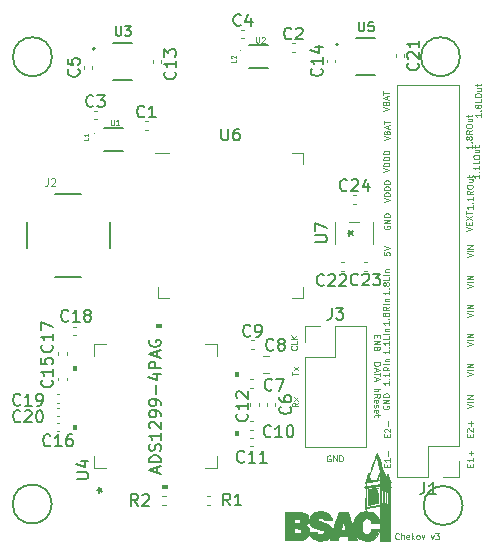
<source format=gto>
G04 #@! TF.GenerationSoftware,KiCad,Pcbnew,(5.1.10)-1*
G04 #@! TF.CreationDate,2022-03-18T02:24:13-07:00*
G04 #@! TF.ProjectId,Chekov,4368656b-6f76-42e6-9b69-6361645f7063,rev?*
G04 #@! TF.SameCoordinates,Original*
G04 #@! TF.FileFunction,Legend,Top*
G04 #@! TF.FilePolarity,Positive*
%FSLAX46Y46*%
G04 Gerber Fmt 4.6, Leading zero omitted, Abs format (unit mm)*
G04 Created by KiCad (PCBNEW (5.1.10)-1) date 2022-03-18 02:24:13*
%MOMM*%
%LPD*%
G01*
G04 APERTURE LIST*
%ADD10C,0.101600*%
%ADD11C,0.150000*%
%ADD12C,0.120000*%
%ADD13C,0.010000*%
%ADD14C,0.127000*%
%ADD15C,0.200000*%
%ADD16C,0.100000*%
%ADD17C,0.015000*%
%ADD18C,0.098425*%
G04 APERTURE END LIST*
D10*
X116460209Y-69084371D02*
X116968209Y-68915038D01*
X116460209Y-68745704D01*
X116702114Y-68576371D02*
X116702114Y-68407038D01*
X116968209Y-68334466D02*
X116968209Y-68576371D01*
X116460209Y-68576371D01*
X116460209Y-68334466D01*
X116460209Y-68165133D02*
X116968209Y-67826466D01*
X116460209Y-67826466D02*
X116968209Y-68165133D01*
X116460209Y-67705514D02*
X116460209Y-67415228D01*
X116968209Y-67560371D02*
X116460209Y-67560371D01*
X109500609Y-70911961D02*
X109500609Y-71153866D01*
X109742514Y-71178057D01*
X109718323Y-71153866D01*
X109694133Y-71105485D01*
X109694133Y-70984533D01*
X109718323Y-70936152D01*
X109742514Y-70911961D01*
X109790895Y-70887771D01*
X109911847Y-70887771D01*
X109960228Y-70911961D01*
X109984419Y-70936152D01*
X110008609Y-70984533D01*
X110008609Y-71105485D01*
X109984419Y-71153866D01*
X109960228Y-71178057D01*
X109500609Y-70742628D02*
X110008609Y-70573295D01*
X109500609Y-70403961D01*
X109550200Y-68687647D02*
X109526009Y-68736028D01*
X109526009Y-68808600D01*
X109550200Y-68881171D01*
X109598580Y-68929552D01*
X109646961Y-68953742D01*
X109743723Y-68977933D01*
X109816295Y-68977933D01*
X109913057Y-68953742D01*
X109961438Y-68929552D01*
X110009819Y-68881171D01*
X110034009Y-68808600D01*
X110034009Y-68760219D01*
X110009819Y-68687647D01*
X109985628Y-68663457D01*
X109816295Y-68663457D01*
X109816295Y-68760219D01*
X110034009Y-68445742D02*
X109526009Y-68445742D01*
X110034009Y-68155457D01*
X109526009Y-68155457D01*
X110034009Y-67913552D02*
X109526009Y-67913552D01*
X109526009Y-67792600D01*
X109550200Y-67720028D01*
X109598580Y-67671647D01*
X109646961Y-67647457D01*
X109743723Y-67623266D01*
X109816295Y-67623266D01*
X109913057Y-67647457D01*
X109961438Y-67671647D01*
X110009819Y-67720028D01*
X110034009Y-67792600D01*
X110034009Y-67913552D01*
X116536409Y-71346180D02*
X117044409Y-71176847D01*
X116536409Y-71007514D01*
X117044409Y-70838180D02*
X116536409Y-70838180D01*
X117044409Y-70596276D02*
X116536409Y-70596276D01*
X117044409Y-70305990D01*
X116536409Y-70305990D01*
X110770609Y-95152028D02*
X110746419Y-95176219D01*
X110673847Y-95200409D01*
X110625466Y-95200409D01*
X110552895Y-95176219D01*
X110504514Y-95127838D01*
X110480323Y-95079457D01*
X110456133Y-94982695D01*
X110456133Y-94910123D01*
X110480323Y-94813361D01*
X110504514Y-94764980D01*
X110552895Y-94716600D01*
X110625466Y-94692409D01*
X110673847Y-94692409D01*
X110746419Y-94716600D01*
X110770609Y-94740790D01*
X110988323Y-95200409D02*
X110988323Y-94692409D01*
X111206038Y-95200409D02*
X111206038Y-94934314D01*
X111181847Y-94885933D01*
X111133466Y-94861742D01*
X111060895Y-94861742D01*
X111012514Y-94885933D01*
X110988323Y-94910123D01*
X111641466Y-95176219D02*
X111593085Y-95200409D01*
X111496323Y-95200409D01*
X111447942Y-95176219D01*
X111423752Y-95127838D01*
X111423752Y-94934314D01*
X111447942Y-94885933D01*
X111496323Y-94861742D01*
X111593085Y-94861742D01*
X111641466Y-94885933D01*
X111665657Y-94934314D01*
X111665657Y-94982695D01*
X111423752Y-95031076D01*
X111883371Y-95200409D02*
X111883371Y-94692409D01*
X111931752Y-95006885D02*
X112076895Y-95200409D01*
X112076895Y-94861742D02*
X111883371Y-95055266D01*
X112367180Y-95200409D02*
X112318800Y-95176219D01*
X112294609Y-95152028D01*
X112270419Y-95103647D01*
X112270419Y-94958504D01*
X112294609Y-94910123D01*
X112318800Y-94885933D01*
X112367180Y-94861742D01*
X112439752Y-94861742D01*
X112488133Y-94885933D01*
X112512323Y-94910123D01*
X112536514Y-94958504D01*
X112536514Y-95103647D01*
X112512323Y-95152028D01*
X112488133Y-95176219D01*
X112439752Y-95200409D01*
X112367180Y-95200409D01*
X112705847Y-94861742D02*
X112826800Y-95200409D01*
X112947752Y-94861742D01*
X113479942Y-94861742D02*
X113600895Y-95200409D01*
X113721847Y-94861742D01*
X113866990Y-94692409D02*
X114181466Y-94692409D01*
X114012133Y-94885933D01*
X114084704Y-94885933D01*
X114133085Y-94910123D01*
X114157276Y-94934314D01*
X114181466Y-94982695D01*
X114181466Y-95103647D01*
X114157276Y-95152028D01*
X114133085Y-95176219D01*
X114084704Y-95200409D01*
X113939561Y-95200409D01*
X113891180Y-95176219D01*
X113866990Y-95152028D01*
X108659990Y-82467752D02*
X109167990Y-82467752D01*
X108659990Y-82685466D02*
X108926085Y-82685466D01*
X108974466Y-82661276D01*
X108998657Y-82612895D01*
X108998657Y-82540323D01*
X108974466Y-82491942D01*
X108950276Y-82467752D01*
X108659990Y-83217657D02*
X108901895Y-83048323D01*
X108659990Y-82927371D02*
X109167990Y-82927371D01*
X109167990Y-83120895D01*
X109143800Y-83169276D01*
X109119609Y-83193466D01*
X109071228Y-83217657D01*
X108998657Y-83217657D01*
X108950276Y-83193466D01*
X108926085Y-83169276D01*
X108901895Y-83120895D01*
X108901895Y-82927371D01*
X108684180Y-83628895D02*
X108659990Y-83580514D01*
X108659990Y-83483752D01*
X108684180Y-83435371D01*
X108732561Y-83411180D01*
X108926085Y-83411180D01*
X108974466Y-83435371D01*
X108998657Y-83483752D01*
X108998657Y-83580514D01*
X108974466Y-83628895D01*
X108926085Y-83653085D01*
X108877704Y-83653085D01*
X108829323Y-83411180D01*
X108684180Y-83846609D02*
X108659990Y-83894990D01*
X108659990Y-83991752D01*
X108684180Y-84040133D01*
X108732561Y-84064323D01*
X108756752Y-84064323D01*
X108805133Y-84040133D01*
X108829323Y-83991752D01*
X108829323Y-83919180D01*
X108853514Y-83870800D01*
X108901895Y-83846609D01*
X108926085Y-83846609D01*
X108974466Y-83870800D01*
X108998657Y-83919180D01*
X108998657Y-83991752D01*
X108974466Y-84040133D01*
X108684180Y-84475561D02*
X108659990Y-84427180D01*
X108659990Y-84330419D01*
X108684180Y-84282038D01*
X108732561Y-84257847D01*
X108926085Y-84257847D01*
X108974466Y-84282038D01*
X108998657Y-84330419D01*
X108998657Y-84427180D01*
X108974466Y-84475561D01*
X108926085Y-84499752D01*
X108877704Y-84499752D01*
X108829323Y-84257847D01*
X108998657Y-84644895D02*
X108998657Y-84838419D01*
X109167990Y-84717466D02*
X108732561Y-84717466D01*
X108684180Y-84741657D01*
X108659990Y-84790038D01*
X108659990Y-84838419D01*
X108659990Y-80238600D02*
X109167990Y-80238600D01*
X109167990Y-80359552D01*
X109143800Y-80432123D01*
X109095419Y-80480504D01*
X109047038Y-80504695D01*
X108950276Y-80528885D01*
X108877704Y-80528885D01*
X108780942Y-80504695D01*
X108732561Y-80480504D01*
X108684180Y-80432123D01*
X108659990Y-80359552D01*
X108659990Y-80238600D01*
X108805133Y-80722409D02*
X108805133Y-80964314D01*
X108659990Y-80674028D02*
X109167990Y-80843361D01*
X108659990Y-81012695D01*
X109167990Y-81109457D02*
X109167990Y-81399742D01*
X108659990Y-81254600D02*
X109167990Y-81254600D01*
X108805133Y-81544885D02*
X108805133Y-81786790D01*
X108659990Y-81496504D02*
X109167990Y-81665838D01*
X108659990Y-81835171D01*
X108900685Y-77933247D02*
X108900685Y-78102580D01*
X108634590Y-78175152D02*
X108634590Y-77933247D01*
X109142590Y-77933247D01*
X109142590Y-78175152D01*
X108634590Y-78392866D02*
X109142590Y-78392866D01*
X108634590Y-78683152D01*
X109142590Y-78683152D01*
X108900685Y-79094390D02*
X108876495Y-79166961D01*
X108852304Y-79191152D01*
X108803923Y-79215342D01*
X108731352Y-79215342D01*
X108682971Y-79191152D01*
X108658780Y-79166961D01*
X108634590Y-79118580D01*
X108634590Y-78925057D01*
X109142590Y-78925057D01*
X109142590Y-79094390D01*
X109118400Y-79142771D01*
X109094209Y-79166961D01*
X109045828Y-79191152D01*
X108997447Y-79191152D01*
X108949066Y-79166961D01*
X108924876Y-79142771D01*
X108900685Y-79094390D01*
X108900685Y-78925057D01*
X102111628Y-78864580D02*
X102135819Y-78888771D01*
X102160009Y-78961342D01*
X102160009Y-79009723D01*
X102135819Y-79082295D01*
X102087438Y-79130676D01*
X102039057Y-79154866D01*
X101942295Y-79179057D01*
X101869723Y-79179057D01*
X101772961Y-79154866D01*
X101724580Y-79130676D01*
X101676200Y-79082295D01*
X101652009Y-79009723D01*
X101652009Y-78961342D01*
X101676200Y-78888771D01*
X101700390Y-78864580D01*
X102160009Y-78404961D02*
X102160009Y-78646866D01*
X101652009Y-78646866D01*
X102160009Y-78235628D02*
X101652009Y-78235628D01*
X102160009Y-77945342D02*
X101869723Y-78163057D01*
X101652009Y-77945342D02*
X101942295Y-78235628D01*
X101702809Y-81325961D02*
X101702809Y-81035676D01*
X102210809Y-81180819D02*
X101702809Y-81180819D01*
X102210809Y-80914723D02*
X101872142Y-80648628D01*
X101872142Y-80914723D02*
X102210809Y-80648628D01*
X102261609Y-83639780D02*
X102019704Y-83809114D01*
X102261609Y-83930066D02*
X101753609Y-83930066D01*
X101753609Y-83736542D01*
X101777800Y-83688161D01*
X101801990Y-83663971D01*
X101850371Y-83639780D01*
X101922942Y-83639780D01*
X101971323Y-83663971D01*
X101995514Y-83688161D01*
X102019704Y-83736542D01*
X102019704Y-83930066D01*
X102261609Y-83470447D02*
X101922942Y-83204352D01*
X101922942Y-83470447D02*
X102261609Y-83204352D01*
X104972152Y-88138000D02*
X104923771Y-88113809D01*
X104851200Y-88113809D01*
X104778628Y-88138000D01*
X104730247Y-88186380D01*
X104706057Y-88234761D01*
X104681866Y-88331523D01*
X104681866Y-88404095D01*
X104706057Y-88500857D01*
X104730247Y-88549238D01*
X104778628Y-88597619D01*
X104851200Y-88621809D01*
X104899580Y-88621809D01*
X104972152Y-88597619D01*
X104996342Y-88573428D01*
X104996342Y-88404095D01*
X104899580Y-88404095D01*
X105214057Y-88621809D02*
X105214057Y-88113809D01*
X105504342Y-88621809D01*
X105504342Y-88113809D01*
X105746247Y-88621809D02*
X105746247Y-88113809D01*
X105867200Y-88113809D01*
X105939771Y-88138000D01*
X105988152Y-88186380D01*
X106012342Y-88234761D01*
X106036533Y-88331523D01*
X106036533Y-88404095D01*
X106012342Y-88500857D01*
X105988152Y-88549238D01*
X105939771Y-88597619D01*
X105867200Y-88621809D01*
X105746247Y-88621809D01*
X109475209Y-64126533D02*
X109983209Y-63957200D01*
X109475209Y-63787866D01*
X109983209Y-63618533D02*
X109475209Y-63618533D01*
X109475209Y-63497580D01*
X109499400Y-63425009D01*
X109547780Y-63376628D01*
X109596161Y-63352438D01*
X109692923Y-63328247D01*
X109765495Y-63328247D01*
X109862257Y-63352438D01*
X109910638Y-63376628D01*
X109959019Y-63425009D01*
X109983209Y-63497580D01*
X109983209Y-63618533D01*
X109983209Y-63110533D02*
X109475209Y-63110533D01*
X109475209Y-62989580D01*
X109499400Y-62917009D01*
X109547780Y-62868628D01*
X109596161Y-62844438D01*
X109692923Y-62820247D01*
X109765495Y-62820247D01*
X109862257Y-62844438D01*
X109910638Y-62868628D01*
X109959019Y-62917009D01*
X109983209Y-62989580D01*
X109983209Y-63110533D01*
X109983209Y-62602533D02*
X109475209Y-62602533D01*
X109475209Y-62481580D01*
X109499400Y-62409009D01*
X109547780Y-62360628D01*
X109596161Y-62336438D01*
X109692923Y-62312247D01*
X109765495Y-62312247D01*
X109862257Y-62336438D01*
X109910638Y-62360628D01*
X109959019Y-62409009D01*
X109983209Y-62481580D01*
X109983209Y-62602533D01*
X109500609Y-61438971D02*
X110008609Y-61269638D01*
X109500609Y-61100304D01*
X109742514Y-60761638D02*
X109766704Y-60689066D01*
X109790895Y-60664876D01*
X109839276Y-60640685D01*
X109911847Y-60640685D01*
X109960228Y-60664876D01*
X109984419Y-60689066D01*
X110008609Y-60737447D01*
X110008609Y-60930971D01*
X109500609Y-60930971D01*
X109500609Y-60761638D01*
X109524800Y-60713257D01*
X109548990Y-60689066D01*
X109597371Y-60664876D01*
X109645752Y-60664876D01*
X109694133Y-60689066D01*
X109718323Y-60713257D01*
X109742514Y-60761638D01*
X109742514Y-60930971D01*
X109863466Y-60447161D02*
X109863466Y-60205257D01*
X110008609Y-60495542D02*
X109500609Y-60326209D01*
X110008609Y-60156876D01*
X109500609Y-60060114D02*
X109500609Y-59769828D01*
X110008609Y-59914971D02*
X109500609Y-59914971D01*
X109424409Y-58949771D02*
X109932409Y-58780438D01*
X109424409Y-58611104D01*
X109666314Y-58272438D02*
X109690504Y-58199866D01*
X109714695Y-58175676D01*
X109763076Y-58151485D01*
X109835647Y-58151485D01*
X109884028Y-58175676D01*
X109908219Y-58199866D01*
X109932409Y-58248247D01*
X109932409Y-58441771D01*
X109424409Y-58441771D01*
X109424409Y-58272438D01*
X109448600Y-58224057D01*
X109472790Y-58199866D01*
X109521171Y-58175676D01*
X109569552Y-58175676D01*
X109617933Y-58199866D01*
X109642123Y-58224057D01*
X109666314Y-58272438D01*
X109666314Y-58441771D01*
X109787266Y-57957961D02*
X109787266Y-57716057D01*
X109932409Y-58006342D02*
X109424409Y-57837009D01*
X109932409Y-57667676D01*
X109424409Y-57570914D02*
X109424409Y-57280628D01*
X109932409Y-57425771D02*
X109424409Y-57425771D01*
X117730209Y-59128780D02*
X117730209Y-59419066D01*
X117730209Y-59273923D02*
X117222209Y-59273923D01*
X117294780Y-59322304D01*
X117343161Y-59370685D01*
X117367352Y-59419066D01*
X117681828Y-58911066D02*
X117706019Y-58886876D01*
X117730209Y-58911066D01*
X117706019Y-58935257D01*
X117681828Y-58911066D01*
X117730209Y-58911066D01*
X117439923Y-58596590D02*
X117415733Y-58644971D01*
X117391542Y-58669161D01*
X117343161Y-58693352D01*
X117318971Y-58693352D01*
X117270590Y-58669161D01*
X117246400Y-58644971D01*
X117222209Y-58596590D01*
X117222209Y-58499828D01*
X117246400Y-58451447D01*
X117270590Y-58427257D01*
X117318971Y-58403066D01*
X117343161Y-58403066D01*
X117391542Y-58427257D01*
X117415733Y-58451447D01*
X117439923Y-58499828D01*
X117439923Y-58596590D01*
X117464114Y-58644971D01*
X117488304Y-58669161D01*
X117536685Y-58693352D01*
X117633447Y-58693352D01*
X117681828Y-58669161D01*
X117706019Y-58644971D01*
X117730209Y-58596590D01*
X117730209Y-58499828D01*
X117706019Y-58451447D01*
X117681828Y-58427257D01*
X117633447Y-58403066D01*
X117536685Y-58403066D01*
X117488304Y-58427257D01*
X117464114Y-58451447D01*
X117439923Y-58499828D01*
X117730209Y-57943447D02*
X117730209Y-58185352D01*
X117222209Y-58185352D01*
X117222209Y-57677352D02*
X117222209Y-57580590D01*
X117246400Y-57532209D01*
X117294780Y-57483828D01*
X117391542Y-57459638D01*
X117560876Y-57459638D01*
X117657638Y-57483828D01*
X117706019Y-57532209D01*
X117730209Y-57580590D01*
X117730209Y-57677352D01*
X117706019Y-57725733D01*
X117657638Y-57774114D01*
X117560876Y-57798304D01*
X117391542Y-57798304D01*
X117294780Y-57774114D01*
X117246400Y-57725733D01*
X117222209Y-57677352D01*
X117391542Y-57024209D02*
X117730209Y-57024209D01*
X117391542Y-57241923D02*
X117657638Y-57241923D01*
X117706019Y-57217733D01*
X117730209Y-57169352D01*
X117730209Y-57096780D01*
X117706019Y-57048400D01*
X117681828Y-57024209D01*
X117391542Y-56854876D02*
X117391542Y-56661352D01*
X117222209Y-56782304D02*
X117657638Y-56782304D01*
X117706019Y-56758114D01*
X117730209Y-56709733D01*
X117730209Y-56661352D01*
X116968209Y-61818761D02*
X116968209Y-62109047D01*
X116968209Y-61963904D02*
X116460209Y-61963904D01*
X116532780Y-62012285D01*
X116581161Y-62060666D01*
X116605352Y-62109047D01*
X116919828Y-61601047D02*
X116944019Y-61576857D01*
X116968209Y-61601047D01*
X116944019Y-61625238D01*
X116919828Y-61601047D01*
X116968209Y-61601047D01*
X116677923Y-61286571D02*
X116653733Y-61334952D01*
X116629542Y-61359142D01*
X116581161Y-61383333D01*
X116556971Y-61383333D01*
X116508590Y-61359142D01*
X116484400Y-61334952D01*
X116460209Y-61286571D01*
X116460209Y-61189809D01*
X116484400Y-61141428D01*
X116508590Y-61117238D01*
X116556971Y-61093047D01*
X116581161Y-61093047D01*
X116629542Y-61117238D01*
X116653733Y-61141428D01*
X116677923Y-61189809D01*
X116677923Y-61286571D01*
X116702114Y-61334952D01*
X116726304Y-61359142D01*
X116774685Y-61383333D01*
X116871447Y-61383333D01*
X116919828Y-61359142D01*
X116944019Y-61334952D01*
X116968209Y-61286571D01*
X116968209Y-61189809D01*
X116944019Y-61141428D01*
X116919828Y-61117238D01*
X116871447Y-61093047D01*
X116774685Y-61093047D01*
X116726304Y-61117238D01*
X116702114Y-61141428D01*
X116677923Y-61189809D01*
X116968209Y-60585047D02*
X116726304Y-60754380D01*
X116968209Y-60875333D02*
X116460209Y-60875333D01*
X116460209Y-60681809D01*
X116484400Y-60633428D01*
X116508590Y-60609238D01*
X116556971Y-60585047D01*
X116629542Y-60585047D01*
X116677923Y-60609238D01*
X116702114Y-60633428D01*
X116726304Y-60681809D01*
X116726304Y-60875333D01*
X116460209Y-60270571D02*
X116460209Y-60173809D01*
X116484400Y-60125428D01*
X116532780Y-60077047D01*
X116629542Y-60052857D01*
X116798876Y-60052857D01*
X116895638Y-60077047D01*
X116944019Y-60125428D01*
X116968209Y-60173809D01*
X116968209Y-60270571D01*
X116944019Y-60318952D01*
X116895638Y-60367333D01*
X116798876Y-60391523D01*
X116629542Y-60391523D01*
X116532780Y-60367333D01*
X116484400Y-60318952D01*
X116460209Y-60270571D01*
X116629542Y-59617428D02*
X116968209Y-59617428D01*
X116629542Y-59835142D02*
X116895638Y-59835142D01*
X116944019Y-59810952D01*
X116968209Y-59762571D01*
X116968209Y-59690000D01*
X116944019Y-59641619D01*
X116919828Y-59617428D01*
X116629542Y-59448095D02*
X116629542Y-59254571D01*
X116460209Y-59375523D02*
X116895638Y-59375523D01*
X116944019Y-59351333D01*
X116968209Y-59302952D01*
X116968209Y-59254571D01*
X117603209Y-64335780D02*
X117603209Y-64626066D01*
X117603209Y-64480923D02*
X117095209Y-64480923D01*
X117167780Y-64529304D01*
X117216161Y-64577685D01*
X117240352Y-64626066D01*
X117554828Y-64118066D02*
X117579019Y-64093876D01*
X117603209Y-64118066D01*
X117579019Y-64142257D01*
X117554828Y-64118066D01*
X117603209Y-64118066D01*
X117603209Y-63610066D02*
X117603209Y-63900352D01*
X117603209Y-63755209D02*
X117095209Y-63755209D01*
X117167780Y-63803590D01*
X117216161Y-63851971D01*
X117240352Y-63900352D01*
X117603209Y-63150447D02*
X117603209Y-63392352D01*
X117095209Y-63392352D01*
X117095209Y-62884352D02*
X117095209Y-62787590D01*
X117119400Y-62739209D01*
X117167780Y-62690828D01*
X117264542Y-62666638D01*
X117433876Y-62666638D01*
X117530638Y-62690828D01*
X117579019Y-62739209D01*
X117603209Y-62787590D01*
X117603209Y-62884352D01*
X117579019Y-62932733D01*
X117530638Y-62981114D01*
X117433876Y-63005304D01*
X117264542Y-63005304D01*
X117167780Y-62981114D01*
X117119400Y-62932733D01*
X117095209Y-62884352D01*
X117264542Y-62231209D02*
X117603209Y-62231209D01*
X117264542Y-62448923D02*
X117530638Y-62448923D01*
X117579019Y-62424733D01*
X117603209Y-62376352D01*
X117603209Y-62303780D01*
X117579019Y-62255400D01*
X117554828Y-62231209D01*
X117264542Y-62061876D02*
X117264542Y-61868352D01*
X117095209Y-61989304D02*
X117530638Y-61989304D01*
X117579019Y-61965114D01*
X117603209Y-61916733D01*
X117603209Y-61868352D01*
X117019009Y-66949561D02*
X117019009Y-67239847D01*
X117019009Y-67094704D02*
X116511009Y-67094704D01*
X116583580Y-67143085D01*
X116631961Y-67191466D01*
X116656152Y-67239847D01*
X116970628Y-66731847D02*
X116994819Y-66707657D01*
X117019009Y-66731847D01*
X116994819Y-66756038D01*
X116970628Y-66731847D01*
X117019009Y-66731847D01*
X117019009Y-66223847D02*
X117019009Y-66514133D01*
X117019009Y-66368990D02*
X116511009Y-66368990D01*
X116583580Y-66417371D01*
X116631961Y-66465752D01*
X116656152Y-66514133D01*
X117019009Y-65715847D02*
X116777104Y-65885180D01*
X117019009Y-66006133D02*
X116511009Y-66006133D01*
X116511009Y-65812609D01*
X116535200Y-65764228D01*
X116559390Y-65740038D01*
X116607771Y-65715847D01*
X116680342Y-65715847D01*
X116728723Y-65740038D01*
X116752914Y-65764228D01*
X116777104Y-65812609D01*
X116777104Y-66006133D01*
X116511009Y-65401371D02*
X116511009Y-65304609D01*
X116535200Y-65256228D01*
X116583580Y-65207847D01*
X116680342Y-65183657D01*
X116849676Y-65183657D01*
X116946438Y-65207847D01*
X116994819Y-65256228D01*
X117019009Y-65304609D01*
X117019009Y-65401371D01*
X116994819Y-65449752D01*
X116946438Y-65498133D01*
X116849676Y-65522323D01*
X116680342Y-65522323D01*
X116583580Y-65498133D01*
X116535200Y-65449752D01*
X116511009Y-65401371D01*
X116680342Y-64748228D02*
X117019009Y-64748228D01*
X116680342Y-64965942D02*
X116946438Y-64965942D01*
X116994819Y-64941752D01*
X117019009Y-64893371D01*
X117019009Y-64820800D01*
X116994819Y-64772419D01*
X116970628Y-64748228D01*
X116680342Y-64578895D02*
X116680342Y-64385371D01*
X116511009Y-64506323D02*
X116946438Y-64506323D01*
X116994819Y-64482133D01*
X117019009Y-64433752D01*
X117019009Y-64385371D01*
X109526009Y-66641133D02*
X110034009Y-66471800D01*
X109526009Y-66302466D01*
X110034009Y-66133133D02*
X109526009Y-66133133D01*
X109526009Y-66012180D01*
X109550200Y-65939609D01*
X109598580Y-65891228D01*
X109646961Y-65867038D01*
X109743723Y-65842847D01*
X109816295Y-65842847D01*
X109913057Y-65867038D01*
X109961438Y-65891228D01*
X110009819Y-65939609D01*
X110034009Y-66012180D01*
X110034009Y-66133133D01*
X110034009Y-65625133D02*
X109526009Y-65625133D01*
X109526009Y-65504180D01*
X109550200Y-65431609D01*
X109598580Y-65383228D01*
X109646961Y-65359038D01*
X109743723Y-65334847D01*
X109816295Y-65334847D01*
X109913057Y-65359038D01*
X109961438Y-65383228D01*
X110009819Y-65431609D01*
X110034009Y-65504180D01*
X110034009Y-65625133D01*
X110034009Y-65117133D02*
X109526009Y-65117133D01*
X109526009Y-64996180D01*
X109550200Y-64923609D01*
X109598580Y-64875228D01*
X109646961Y-64851038D01*
X109743723Y-64826847D01*
X109816295Y-64826847D01*
X109913057Y-64851038D01*
X109961438Y-64875228D01*
X110009819Y-64923609D01*
X110034009Y-64996180D01*
X110034009Y-65117133D01*
X109957809Y-74180095D02*
X109957809Y-74470380D01*
X109957809Y-74325238D02*
X109449809Y-74325238D01*
X109522380Y-74373619D01*
X109570761Y-74422000D01*
X109594952Y-74470380D01*
X109909428Y-73962380D02*
X109933619Y-73938190D01*
X109957809Y-73962380D01*
X109933619Y-73986571D01*
X109909428Y-73962380D01*
X109957809Y-73962380D01*
X109667523Y-73647904D02*
X109643333Y-73696285D01*
X109619142Y-73720476D01*
X109570761Y-73744666D01*
X109546571Y-73744666D01*
X109498190Y-73720476D01*
X109474000Y-73696285D01*
X109449809Y-73647904D01*
X109449809Y-73551142D01*
X109474000Y-73502761D01*
X109498190Y-73478571D01*
X109546571Y-73454380D01*
X109570761Y-73454380D01*
X109619142Y-73478571D01*
X109643333Y-73502761D01*
X109667523Y-73551142D01*
X109667523Y-73647904D01*
X109691714Y-73696285D01*
X109715904Y-73720476D01*
X109764285Y-73744666D01*
X109861047Y-73744666D01*
X109909428Y-73720476D01*
X109933619Y-73696285D01*
X109957809Y-73647904D01*
X109957809Y-73551142D01*
X109933619Y-73502761D01*
X109909428Y-73478571D01*
X109861047Y-73454380D01*
X109764285Y-73454380D01*
X109715904Y-73478571D01*
X109691714Y-73502761D01*
X109667523Y-73551142D01*
X109957809Y-72994761D02*
X109957809Y-73236666D01*
X109449809Y-73236666D01*
X109957809Y-72825428D02*
X109449809Y-72825428D01*
X109619142Y-72583523D02*
X109957809Y-72583523D01*
X109667523Y-72583523D02*
X109643333Y-72559333D01*
X109619142Y-72510952D01*
X109619142Y-72438380D01*
X109643333Y-72390000D01*
X109691714Y-72365809D01*
X109957809Y-72365809D01*
X109932409Y-76768476D02*
X109932409Y-77058761D01*
X109932409Y-76913619D02*
X109424409Y-76913619D01*
X109496980Y-76962000D01*
X109545361Y-77010380D01*
X109569552Y-77058761D01*
X109884028Y-76550761D02*
X109908219Y-76526571D01*
X109932409Y-76550761D01*
X109908219Y-76574952D01*
X109884028Y-76550761D01*
X109932409Y-76550761D01*
X109642123Y-76236285D02*
X109617933Y-76284666D01*
X109593742Y-76308857D01*
X109545361Y-76333047D01*
X109521171Y-76333047D01*
X109472790Y-76308857D01*
X109448600Y-76284666D01*
X109424409Y-76236285D01*
X109424409Y-76139523D01*
X109448600Y-76091142D01*
X109472790Y-76066952D01*
X109521171Y-76042761D01*
X109545361Y-76042761D01*
X109593742Y-76066952D01*
X109617933Y-76091142D01*
X109642123Y-76139523D01*
X109642123Y-76236285D01*
X109666314Y-76284666D01*
X109690504Y-76308857D01*
X109738885Y-76333047D01*
X109835647Y-76333047D01*
X109884028Y-76308857D01*
X109908219Y-76284666D01*
X109932409Y-76236285D01*
X109932409Y-76139523D01*
X109908219Y-76091142D01*
X109884028Y-76066952D01*
X109835647Y-76042761D01*
X109738885Y-76042761D01*
X109690504Y-76066952D01*
X109666314Y-76091142D01*
X109642123Y-76139523D01*
X109932409Y-75534761D02*
X109690504Y-75704095D01*
X109932409Y-75825047D02*
X109424409Y-75825047D01*
X109424409Y-75631523D01*
X109448600Y-75583142D01*
X109472790Y-75558952D01*
X109521171Y-75534761D01*
X109593742Y-75534761D01*
X109642123Y-75558952D01*
X109666314Y-75583142D01*
X109690504Y-75631523D01*
X109690504Y-75825047D01*
X109932409Y-75317047D02*
X109424409Y-75317047D01*
X109593742Y-75075142D02*
X109932409Y-75075142D01*
X109642123Y-75075142D02*
X109617933Y-75050952D01*
X109593742Y-75002571D01*
X109593742Y-74930000D01*
X109617933Y-74881619D01*
X109666314Y-74857428D01*
X109932409Y-74857428D01*
X109983209Y-79183895D02*
X109983209Y-79474180D01*
X109983209Y-79329038D02*
X109475209Y-79329038D01*
X109547780Y-79377419D01*
X109596161Y-79425800D01*
X109620352Y-79474180D01*
X109934828Y-78966180D02*
X109959019Y-78941990D01*
X109983209Y-78966180D01*
X109959019Y-78990371D01*
X109934828Y-78966180D01*
X109983209Y-78966180D01*
X109983209Y-78458180D02*
X109983209Y-78748466D01*
X109983209Y-78603323D02*
X109475209Y-78603323D01*
X109547780Y-78651704D01*
X109596161Y-78700085D01*
X109620352Y-78748466D01*
X109983209Y-77998561D02*
X109983209Y-78240466D01*
X109475209Y-78240466D01*
X109983209Y-77829228D02*
X109475209Y-77829228D01*
X109644542Y-77587323D02*
X109983209Y-77587323D01*
X109692923Y-77587323D02*
X109668733Y-77563133D01*
X109644542Y-77514752D01*
X109644542Y-77442180D01*
X109668733Y-77393800D01*
X109717114Y-77369609D01*
X109983209Y-77369609D01*
X109983209Y-81848476D02*
X109983209Y-82138761D01*
X109983209Y-81993619D02*
X109475209Y-81993619D01*
X109547780Y-82042000D01*
X109596161Y-82090380D01*
X109620352Y-82138761D01*
X109934828Y-81630761D02*
X109959019Y-81606571D01*
X109983209Y-81630761D01*
X109959019Y-81654952D01*
X109934828Y-81630761D01*
X109983209Y-81630761D01*
X109983209Y-81122761D02*
X109983209Y-81413047D01*
X109983209Y-81267904D02*
X109475209Y-81267904D01*
X109547780Y-81316285D01*
X109596161Y-81364666D01*
X109620352Y-81413047D01*
X109983209Y-80614761D02*
X109741304Y-80784095D01*
X109983209Y-80905047D02*
X109475209Y-80905047D01*
X109475209Y-80711523D01*
X109499400Y-80663142D01*
X109523590Y-80638952D01*
X109571971Y-80614761D01*
X109644542Y-80614761D01*
X109692923Y-80638952D01*
X109717114Y-80663142D01*
X109741304Y-80711523D01*
X109741304Y-80905047D01*
X109983209Y-80397047D02*
X109475209Y-80397047D01*
X109644542Y-80155142D02*
X109983209Y-80155142D01*
X109692923Y-80155142D02*
X109668733Y-80130952D01*
X109644542Y-80082571D01*
X109644542Y-80010000D01*
X109668733Y-79961619D01*
X109717114Y-79937428D01*
X109983209Y-79937428D01*
X116511009Y-73962380D02*
X117019009Y-73793047D01*
X116511009Y-73623714D01*
X117019009Y-73454380D02*
X116511009Y-73454380D01*
X117019009Y-73212476D02*
X116511009Y-73212476D01*
X117019009Y-72922190D01*
X116511009Y-72922190D01*
X116536409Y-76375380D02*
X117044409Y-76206047D01*
X116536409Y-76036714D01*
X117044409Y-75867380D02*
X116536409Y-75867380D01*
X117044409Y-75625476D02*
X116536409Y-75625476D01*
X117044409Y-75335190D01*
X116536409Y-75335190D01*
X116561809Y-78864580D02*
X117069809Y-78695247D01*
X116561809Y-78525914D01*
X117069809Y-78356580D02*
X116561809Y-78356580D01*
X117069809Y-78114676D02*
X116561809Y-78114676D01*
X117069809Y-77824390D01*
X116561809Y-77824390D01*
X116561809Y-81404580D02*
X117069809Y-81235247D01*
X116561809Y-81065914D01*
X117069809Y-80896580D02*
X116561809Y-80896580D01*
X117069809Y-80654676D02*
X116561809Y-80654676D01*
X117069809Y-80364390D01*
X116561809Y-80364390D01*
X109474000Y-83927647D02*
X109449809Y-83976028D01*
X109449809Y-84048600D01*
X109474000Y-84121171D01*
X109522380Y-84169552D01*
X109570761Y-84193742D01*
X109667523Y-84217933D01*
X109740095Y-84217933D01*
X109836857Y-84193742D01*
X109885238Y-84169552D01*
X109933619Y-84121171D01*
X109957809Y-84048600D01*
X109957809Y-84000219D01*
X109933619Y-83927647D01*
X109909428Y-83903457D01*
X109740095Y-83903457D01*
X109740095Y-84000219D01*
X109957809Y-83685742D02*
X109449809Y-83685742D01*
X109957809Y-83395457D01*
X109449809Y-83395457D01*
X109957809Y-83153552D02*
X109449809Y-83153552D01*
X109449809Y-83032600D01*
X109474000Y-82960028D01*
X109522380Y-82911647D01*
X109570761Y-82887457D01*
X109667523Y-82863266D01*
X109740095Y-82863266D01*
X109836857Y-82887457D01*
X109885238Y-82911647D01*
X109933619Y-82960028D01*
X109957809Y-83032600D01*
X109957809Y-83153552D01*
X116561809Y-84071580D02*
X117069809Y-83902247D01*
X116561809Y-83732914D01*
X117069809Y-83563580D02*
X116561809Y-83563580D01*
X117069809Y-83321676D02*
X116561809Y-83321676D01*
X117069809Y-83031390D01*
X116561809Y-83031390D01*
X109793314Y-86568038D02*
X109793314Y-86398704D01*
X110059409Y-86326133D02*
X110059409Y-86568038D01*
X109551409Y-86568038D01*
X109551409Y-86326133D01*
X109599790Y-86132609D02*
X109575600Y-86108419D01*
X109551409Y-86060038D01*
X109551409Y-85939085D01*
X109575600Y-85890704D01*
X109599790Y-85866514D01*
X109648171Y-85842323D01*
X109696552Y-85842323D01*
X109769123Y-85866514D01*
X110059409Y-86156800D01*
X110059409Y-85842323D01*
X109865885Y-85624609D02*
X109865885Y-85237561D01*
X109767914Y-89082638D02*
X109767914Y-88913304D01*
X110034009Y-88840733D02*
X110034009Y-89082638D01*
X109526009Y-89082638D01*
X109526009Y-88840733D01*
X110034009Y-88356923D02*
X110034009Y-88647209D01*
X110034009Y-88502066D02*
X109526009Y-88502066D01*
X109598580Y-88550447D01*
X109646961Y-88598828D01*
X109671152Y-88647209D01*
X109840485Y-88139209D02*
X109840485Y-87752161D01*
X116778314Y-86542638D02*
X116778314Y-86373304D01*
X117044409Y-86300733D02*
X117044409Y-86542638D01*
X116536409Y-86542638D01*
X116536409Y-86300733D01*
X116584790Y-86107209D02*
X116560600Y-86083019D01*
X116536409Y-86034638D01*
X116536409Y-85913685D01*
X116560600Y-85865304D01*
X116584790Y-85841114D01*
X116633171Y-85816923D01*
X116681552Y-85816923D01*
X116754123Y-85841114D01*
X117044409Y-86131400D01*
X117044409Y-85816923D01*
X116850885Y-85599209D02*
X116850885Y-85212161D01*
X117044409Y-85405685D02*
X116657361Y-85405685D01*
X116803714Y-89057238D02*
X116803714Y-88887904D01*
X117069809Y-88815333D02*
X117069809Y-89057238D01*
X116561809Y-89057238D01*
X116561809Y-88815333D01*
X117069809Y-88331523D02*
X117069809Y-88621809D01*
X117069809Y-88476666D02*
X116561809Y-88476666D01*
X116634380Y-88525047D01*
X116682761Y-88573428D01*
X116706952Y-88621809D01*
X116876285Y-88113809D02*
X116876285Y-87726761D01*
X117069809Y-87920285D02*
X116682761Y-87920285D01*
D11*
X81407000Y-54356000D02*
G75*
G03*
X81407000Y-54356000I-1651000J0D01*
G01*
X81381600Y-92227400D02*
G75*
G03*
X81381600Y-92227400I-1651000J0D01*
G01*
X116179600Y-92354400D02*
G75*
G03*
X116179600Y-92354400I-1651000J0D01*
G01*
X115951000Y-54356000D02*
G75*
G03*
X115951000Y-54356000I-1651000J0D01*
G01*
D12*
G04 #@! TO.C,J1*
X115858600Y-56785200D02*
X110658600Y-56785200D01*
X115858600Y-87325200D02*
X115858600Y-56785200D01*
X110658600Y-89925200D02*
X110658600Y-56785200D01*
X115858600Y-87325200D02*
X113258600Y-87325200D01*
X113258600Y-87325200D02*
X113258600Y-89925200D01*
X113258600Y-89925200D02*
X110658600Y-89925200D01*
X115858600Y-88595200D02*
X115858600Y-89925200D01*
X115858600Y-89925200D02*
X114528600Y-89925200D01*
D13*
G04 #@! TO.C,G\u002A\u002A\u002A*
G36*
X104314084Y-92846454D02*
G01*
X104554535Y-92898439D01*
X104756457Y-92996891D01*
X104914658Y-93139562D01*
X104991577Y-93254934D01*
X105044386Y-93363527D01*
X105084892Y-93463755D01*
X105096992Y-93503552D01*
X105118366Y-93594502D01*
X104783740Y-93594502D01*
X104631686Y-93593769D01*
X104530305Y-93589140D01*
X104464125Y-93576968D01*
X104417673Y-93553609D01*
X104375477Y-93515417D01*
X104354679Y-93493409D01*
X104286453Y-93430303D01*
X104219832Y-93403375D01*
X104123794Y-93401325D01*
X104105018Y-93402459D01*
X103978712Y-93424741D01*
X103913502Y-93470479D01*
X103893506Y-93532963D01*
X103920691Y-93589634D01*
X104000194Y-93644657D01*
X104137151Y-93702198D01*
X104243032Y-93737765D01*
X104499193Y-93822903D01*
X104699007Y-93899779D01*
X104850854Y-93973776D01*
X104963110Y-94050275D01*
X105044155Y-94134657D01*
X105102364Y-94232303D01*
X105133412Y-94309696D01*
X105147151Y-94352666D01*
X105158151Y-94385352D01*
X105169105Y-94401924D01*
X105182704Y-94396550D01*
X105201641Y-94363400D01*
X105228607Y-94296644D01*
X105266294Y-94190451D01*
X105317394Y-94038990D01*
X105384600Y-93836431D01*
X105467739Y-93585563D01*
X105695882Y-92898630D01*
X106071954Y-92907568D01*
X106448026Y-92916507D01*
X106609222Y-93379528D01*
X106671786Y-93559307D01*
X106731685Y-93731555D01*
X106783120Y-93879588D01*
X106820293Y-93986720D01*
X106827632Y-94007914D01*
X106884846Y-94173278D01*
X106906185Y-93921052D01*
X106958617Y-93636076D01*
X107062853Y-93385078D01*
X107215492Y-93173431D01*
X107413132Y-93006506D01*
X107526120Y-92942297D01*
X107629135Y-92896129D01*
X107722213Y-92868441D01*
X107828987Y-92854760D01*
X107973094Y-92850611D01*
X108010986Y-92850532D01*
X108274198Y-92866272D01*
X108490486Y-92915560D01*
X108671905Y-93002003D01*
X108776332Y-93079386D01*
X108911890Y-93228246D01*
X109022558Y-93412195D01*
X109093618Y-93604747D01*
X109107205Y-93674878D01*
X109128251Y-93828430D01*
X108446695Y-93809476D01*
X108409150Y-93697756D01*
X108335881Y-93565898D01*
X108227300Y-93474680D01*
X108098240Y-93428342D01*
X107963535Y-93431123D01*
X107838018Y-93487262D01*
X107796586Y-93522694D01*
X107717080Y-93628944D01*
X107665057Y-93766709D01*
X107637436Y-93947337D01*
X107630832Y-94132999D01*
X107647644Y-94364498D01*
X107699146Y-94540584D01*
X107786379Y-94662791D01*
X107910387Y-94732655D01*
X108051064Y-94752054D01*
X108162556Y-94741231D01*
X108245630Y-94699341D01*
X108295048Y-94654982D01*
X108363561Y-94566559D01*
X108408291Y-94472726D01*
X108412393Y-94456545D01*
X108432666Y-94355179D01*
X109146036Y-94355179D01*
X109104540Y-94533689D01*
X109017010Y-94789202D01*
X108884917Y-94995958D01*
X108708937Y-95153460D01*
X108489743Y-95261209D01*
X108228011Y-95318707D01*
X108027523Y-95328859D01*
X107757504Y-95303277D01*
X107523442Y-95227765D01*
X107313412Y-95098028D01*
X107257443Y-95051537D01*
X107135303Y-94944297D01*
X107184538Y-95083844D01*
X107214503Y-95174788D01*
X107231956Y-95239386D01*
X107233773Y-95252306D01*
X107202940Y-95263974D01*
X107119380Y-95273387D01*
X106996501Y-95279471D01*
X106873270Y-95281221D01*
X106512766Y-95281221D01*
X106472844Y-95114806D01*
X106432922Y-94948392D01*
X106065926Y-94957710D01*
X105698929Y-94967028D01*
X105662813Y-95115856D01*
X105626697Y-95264685D01*
X104912909Y-95283517D01*
X104936458Y-95174882D01*
X104950038Y-95103508D01*
X104941205Y-95087634D01*
X104902020Y-95118220D01*
X104893439Y-95125892D01*
X104770265Y-95203401D01*
X104600503Y-95265920D01*
X104402629Y-95310363D01*
X104195121Y-95333645D01*
X103996457Y-95332680D01*
X103825114Y-95304383D01*
X103824926Y-95304330D01*
X103611451Y-95220877D01*
X103427965Y-95104404D01*
X103290361Y-94965535D01*
X103266506Y-94930968D01*
X103173903Y-94784948D01*
X103134378Y-94880371D01*
X103042585Y-95021150D01*
X102899183Y-95138729D01*
X102768460Y-95203505D01*
X102705180Y-95223386D01*
X102624866Y-95238923D01*
X102518104Y-95250863D01*
X102375482Y-95259953D01*
X102187585Y-95266939D01*
X101945000Y-95272571D01*
X101884229Y-95273686D01*
X101148356Y-95286722D01*
X101148356Y-94289033D01*
X101875960Y-94289033D01*
X101875960Y-94718981D01*
X102116648Y-94718981D01*
X102286082Y-94710708D01*
X102397481Y-94685223D01*
X102430841Y-94667497D01*
X102490230Y-94593510D01*
X102504346Y-94504007D01*
X102488450Y-94408320D01*
X102435407Y-94343746D01*
X102337181Y-94305829D01*
X102185736Y-94290114D01*
X102116648Y-94289033D01*
X101875960Y-94289033D01*
X101148356Y-94289033D01*
X101148356Y-93462211D01*
X101875960Y-93462211D01*
X101875960Y-93638599D01*
X101879794Y-93741527D01*
X101889631Y-93815355D01*
X101898009Y-93837037D01*
X101948539Y-93853359D01*
X102039978Y-93858921D01*
X102148129Y-93854648D01*
X102248796Y-93841463D01*
X102316351Y-93821062D01*
X102401234Y-93758704D01*
X102435092Y-93678052D01*
X102437694Y-93638206D01*
X102420428Y-93554119D01*
X102362053Y-93499501D01*
X102254817Y-93470248D01*
X102105108Y-93462211D01*
X101875960Y-93462211D01*
X101148356Y-93462211D01*
X101148356Y-92894557D01*
X101900765Y-92907247D01*
X102167280Y-92912621D01*
X102376985Y-92919857D01*
X102539216Y-92930704D01*
X102663309Y-92946914D01*
X102758599Y-92970237D01*
X102834423Y-93002422D01*
X102900116Y-93045220D01*
X102965014Y-93100381D01*
X102973716Y-93108400D01*
X103066132Y-93236248D01*
X103111928Y-93393913D01*
X103111640Y-93564826D01*
X103065808Y-93732422D01*
X102974969Y-93880134D01*
X102947693Y-93909627D01*
X102883525Y-93977226D01*
X102862992Y-94013947D01*
X102881038Y-94033683D01*
X102900039Y-94040611D01*
X102986629Y-94094447D01*
X103074116Y-94190098D01*
X103145994Y-94305565D01*
X103185758Y-94418847D01*
X103186315Y-94422188D01*
X103207331Y-94553617D01*
X103533833Y-94553617D01*
X103688410Y-94555476D01*
X103787329Y-94562058D01*
X103841000Y-94574868D01*
X103859833Y-94595410D01*
X103860335Y-94600826D01*
X103890144Y-94667893D01*
X103966858Y-94728446D01*
X104071409Y-94771197D01*
X104171629Y-94785127D01*
X104307414Y-94765780D01*
X104404677Y-94712408D01*
X104452540Y-94632018D01*
X104455648Y-94602200D01*
X104444222Y-94549270D01*
X104404165Y-94503673D01*
X104326805Y-94460867D01*
X104243370Y-94430724D01*
X105856750Y-94430724D01*
X105889520Y-94446097D01*
X105967024Y-94453043D01*
X106070348Y-94454398D01*
X106303062Y-94454398D01*
X106238426Y-94231156D01*
X106198756Y-94090821D01*
X106160863Y-93951312D01*
X106137045Y-93859086D01*
X106110525Y-93764722D01*
X106086132Y-93698889D01*
X106078134Y-93685248D01*
X106061563Y-93704692D01*
X106033623Y-93776566D01*
X105998449Y-93888995D01*
X105966084Y-94007066D01*
X105927428Y-94154078D01*
X105893216Y-94280286D01*
X105867758Y-94370005D01*
X105856917Y-94404146D01*
X105856750Y-94430724D01*
X104243370Y-94430724D01*
X104203472Y-94416310D01*
X104025493Y-94365460D01*
X103981531Y-94353862D01*
X103714216Y-94269317D01*
X103507675Y-94169182D01*
X103357521Y-94049236D01*
X103259368Y-93905259D01*
X103208827Y-93733029D01*
X103199421Y-93601453D01*
X103226547Y-93378654D01*
X103308236Y-93192365D01*
X103443069Y-93043867D01*
X103629626Y-92934439D01*
X103866488Y-92865363D01*
X104040296Y-92843184D01*
X104314084Y-92846454D01*
G37*
X104314084Y-92846454D02*
X104554535Y-92898439D01*
X104756457Y-92996891D01*
X104914658Y-93139562D01*
X104991577Y-93254934D01*
X105044386Y-93363527D01*
X105084892Y-93463755D01*
X105096992Y-93503552D01*
X105118366Y-93594502D01*
X104783740Y-93594502D01*
X104631686Y-93593769D01*
X104530305Y-93589140D01*
X104464125Y-93576968D01*
X104417673Y-93553609D01*
X104375477Y-93515417D01*
X104354679Y-93493409D01*
X104286453Y-93430303D01*
X104219832Y-93403375D01*
X104123794Y-93401325D01*
X104105018Y-93402459D01*
X103978712Y-93424741D01*
X103913502Y-93470479D01*
X103893506Y-93532963D01*
X103920691Y-93589634D01*
X104000194Y-93644657D01*
X104137151Y-93702198D01*
X104243032Y-93737765D01*
X104499193Y-93822903D01*
X104699007Y-93899779D01*
X104850854Y-93973776D01*
X104963110Y-94050275D01*
X105044155Y-94134657D01*
X105102364Y-94232303D01*
X105133412Y-94309696D01*
X105147151Y-94352666D01*
X105158151Y-94385352D01*
X105169105Y-94401924D01*
X105182704Y-94396550D01*
X105201641Y-94363400D01*
X105228607Y-94296644D01*
X105266294Y-94190451D01*
X105317394Y-94038990D01*
X105384600Y-93836431D01*
X105467739Y-93585563D01*
X105695882Y-92898630D01*
X106071954Y-92907568D01*
X106448026Y-92916507D01*
X106609222Y-93379528D01*
X106671786Y-93559307D01*
X106731685Y-93731555D01*
X106783120Y-93879588D01*
X106820293Y-93986720D01*
X106827632Y-94007914D01*
X106884846Y-94173278D01*
X106906185Y-93921052D01*
X106958617Y-93636076D01*
X107062853Y-93385078D01*
X107215492Y-93173431D01*
X107413132Y-93006506D01*
X107526120Y-92942297D01*
X107629135Y-92896129D01*
X107722213Y-92868441D01*
X107828987Y-92854760D01*
X107973094Y-92850611D01*
X108010986Y-92850532D01*
X108274198Y-92866272D01*
X108490486Y-92915560D01*
X108671905Y-93002003D01*
X108776332Y-93079386D01*
X108911890Y-93228246D01*
X109022558Y-93412195D01*
X109093618Y-93604747D01*
X109107205Y-93674878D01*
X109128251Y-93828430D01*
X108446695Y-93809476D01*
X108409150Y-93697756D01*
X108335881Y-93565898D01*
X108227300Y-93474680D01*
X108098240Y-93428342D01*
X107963535Y-93431123D01*
X107838018Y-93487262D01*
X107796586Y-93522694D01*
X107717080Y-93628944D01*
X107665057Y-93766709D01*
X107637436Y-93947337D01*
X107630832Y-94132999D01*
X107647644Y-94364498D01*
X107699146Y-94540584D01*
X107786379Y-94662791D01*
X107910387Y-94732655D01*
X108051064Y-94752054D01*
X108162556Y-94741231D01*
X108245630Y-94699341D01*
X108295048Y-94654982D01*
X108363561Y-94566559D01*
X108408291Y-94472726D01*
X108412393Y-94456545D01*
X108432666Y-94355179D01*
X109146036Y-94355179D01*
X109104540Y-94533689D01*
X109017010Y-94789202D01*
X108884917Y-94995958D01*
X108708937Y-95153460D01*
X108489743Y-95261209D01*
X108228011Y-95318707D01*
X108027523Y-95328859D01*
X107757504Y-95303277D01*
X107523442Y-95227765D01*
X107313412Y-95098028D01*
X107257443Y-95051537D01*
X107135303Y-94944297D01*
X107184538Y-95083844D01*
X107214503Y-95174788D01*
X107231956Y-95239386D01*
X107233773Y-95252306D01*
X107202940Y-95263974D01*
X107119380Y-95273387D01*
X106996501Y-95279471D01*
X106873270Y-95281221D01*
X106512766Y-95281221D01*
X106472844Y-95114806D01*
X106432922Y-94948392D01*
X106065926Y-94957710D01*
X105698929Y-94967028D01*
X105662813Y-95115856D01*
X105626697Y-95264685D01*
X104912909Y-95283517D01*
X104936458Y-95174882D01*
X104950038Y-95103508D01*
X104941205Y-95087634D01*
X104902020Y-95118220D01*
X104893439Y-95125892D01*
X104770265Y-95203401D01*
X104600503Y-95265920D01*
X104402629Y-95310363D01*
X104195121Y-95333645D01*
X103996457Y-95332680D01*
X103825114Y-95304383D01*
X103824926Y-95304330D01*
X103611451Y-95220877D01*
X103427965Y-95104404D01*
X103290361Y-94965535D01*
X103266506Y-94930968D01*
X103173903Y-94784948D01*
X103134378Y-94880371D01*
X103042585Y-95021150D01*
X102899183Y-95138729D01*
X102768460Y-95203505D01*
X102705180Y-95223386D01*
X102624866Y-95238923D01*
X102518104Y-95250863D01*
X102375482Y-95259953D01*
X102187585Y-95266939D01*
X101945000Y-95272571D01*
X101884229Y-95273686D01*
X101148356Y-95286722D01*
X101148356Y-94289033D01*
X101875960Y-94289033D01*
X101875960Y-94718981D01*
X102116648Y-94718981D01*
X102286082Y-94710708D01*
X102397481Y-94685223D01*
X102430841Y-94667497D01*
X102490230Y-94593510D01*
X102504346Y-94504007D01*
X102488450Y-94408320D01*
X102435407Y-94343746D01*
X102337181Y-94305829D01*
X102185736Y-94290114D01*
X102116648Y-94289033D01*
X101875960Y-94289033D01*
X101148356Y-94289033D01*
X101148356Y-93462211D01*
X101875960Y-93462211D01*
X101875960Y-93638599D01*
X101879794Y-93741527D01*
X101889631Y-93815355D01*
X101898009Y-93837037D01*
X101948539Y-93853359D01*
X102039978Y-93858921D01*
X102148129Y-93854648D01*
X102248796Y-93841463D01*
X102316351Y-93821062D01*
X102401234Y-93758704D01*
X102435092Y-93678052D01*
X102437694Y-93638206D01*
X102420428Y-93554119D01*
X102362053Y-93499501D01*
X102254817Y-93470248D01*
X102105108Y-93462211D01*
X101875960Y-93462211D01*
X101148356Y-93462211D01*
X101148356Y-92894557D01*
X101900765Y-92907247D01*
X102167280Y-92912621D01*
X102376985Y-92919857D01*
X102539216Y-92930704D01*
X102663309Y-92946914D01*
X102758599Y-92970237D01*
X102834423Y-93002422D01*
X102900116Y-93045220D01*
X102965014Y-93100381D01*
X102973716Y-93108400D01*
X103066132Y-93236248D01*
X103111928Y-93393913D01*
X103111640Y-93564826D01*
X103065808Y-93732422D01*
X102974969Y-93880134D01*
X102947693Y-93909627D01*
X102883525Y-93977226D01*
X102862992Y-94013947D01*
X102881038Y-94033683D01*
X102900039Y-94040611D01*
X102986629Y-94094447D01*
X103074116Y-94190098D01*
X103145994Y-94305565D01*
X103185758Y-94418847D01*
X103186315Y-94422188D01*
X103207331Y-94553617D01*
X103533833Y-94553617D01*
X103688410Y-94555476D01*
X103787329Y-94562058D01*
X103841000Y-94574868D01*
X103859833Y-94595410D01*
X103860335Y-94600826D01*
X103890144Y-94667893D01*
X103966858Y-94728446D01*
X104071409Y-94771197D01*
X104171629Y-94785127D01*
X104307414Y-94765780D01*
X104404677Y-94712408D01*
X104452540Y-94632018D01*
X104455648Y-94602200D01*
X104444222Y-94549270D01*
X104404165Y-94503673D01*
X104326805Y-94460867D01*
X104243370Y-94430724D01*
X105856750Y-94430724D01*
X105889520Y-94446097D01*
X105967024Y-94453043D01*
X106070348Y-94454398D01*
X106303062Y-94454398D01*
X106238426Y-94231156D01*
X106198756Y-94090821D01*
X106160863Y-93951312D01*
X106137045Y-93859086D01*
X106110525Y-93764722D01*
X106086132Y-93698889D01*
X106078134Y-93685248D01*
X106061563Y-93704692D01*
X106033623Y-93776566D01*
X105998449Y-93888995D01*
X105966084Y-94007066D01*
X105927428Y-94154078D01*
X105893216Y-94280286D01*
X105867758Y-94370005D01*
X105856917Y-94404146D01*
X105856750Y-94430724D01*
X104243370Y-94430724D01*
X104203472Y-94416310D01*
X104025493Y-94365460D01*
X103981531Y-94353862D01*
X103714216Y-94269317D01*
X103507675Y-94169182D01*
X103357521Y-94049236D01*
X103259368Y-93905259D01*
X103208827Y-93733029D01*
X103199421Y-93601453D01*
X103226547Y-93378654D01*
X103308236Y-93192365D01*
X103443069Y-93043867D01*
X103629626Y-92934439D01*
X103866488Y-92865363D01*
X104040296Y-92843184D01*
X104314084Y-92846454D01*
G36*
X108931719Y-87936645D02*
G01*
X108966551Y-88021900D01*
X109017786Y-88154981D01*
X109082685Y-88328588D01*
X109158508Y-88535425D01*
X109242517Y-88768193D01*
X109300830Y-88931677D01*
X109388705Y-89177479D01*
X109470168Y-89402122D01*
X109542485Y-89598312D01*
X109602919Y-89758756D01*
X109648736Y-89876160D01*
X109677201Y-89943232D01*
X109685139Y-89956384D01*
X109705246Y-89927671D01*
X109733072Y-89854655D01*
X109747553Y-89806801D01*
X109777213Y-89715023D01*
X109804373Y-89653872D01*
X109813863Y-89642040D01*
X109831400Y-89665715D01*
X109860442Y-89741423D01*
X109896764Y-89856948D01*
X109931405Y-89981889D01*
X109972063Y-90127712D01*
X110010562Y-90249739D01*
X110042110Y-90333671D01*
X110059563Y-90364143D01*
X110073473Y-90394999D01*
X110053239Y-90408240D01*
X110026355Y-90450762D01*
X110012689Y-90539611D01*
X110011898Y-90571086D01*
X110008154Y-90658915D01*
X109998702Y-90710995D01*
X109993392Y-90717159D01*
X109955589Y-90710287D01*
X109866983Y-90691635D01*
X109741260Y-90664141D01*
X109608609Y-90634476D01*
X109462933Y-90601686D01*
X109343796Y-90575048D01*
X109264252Y-90557469D01*
X109237278Y-90551794D01*
X109231069Y-90579601D01*
X109227250Y-90617828D01*
X109249586Y-90678952D01*
X109294626Y-90699656D01*
X109358726Y-90714000D01*
X109467814Y-90738752D01*
X109602414Y-90769487D01*
X109658975Y-90782450D01*
X109791678Y-90812169D01*
X109900236Y-90835125D01*
X109968277Y-90847916D01*
X109981436Y-90849450D01*
X110012354Y-90833255D01*
X110001768Y-90801952D01*
X109960058Y-90781460D01*
X109954020Y-90780980D01*
X109918907Y-90775738D01*
X109943796Y-90760008D01*
X109962289Y-90752484D01*
X110038016Y-90738764D01*
X110076372Y-90744341D01*
X110101815Y-90764900D01*
X110086498Y-90774974D01*
X110062824Y-90810860D01*
X110066904Y-90835050D01*
X110064849Y-90876233D01*
X110049694Y-90882523D01*
X110030407Y-90914377D01*
X110024000Y-91007450D01*
X110027304Y-91105765D01*
X110032261Y-91213392D01*
X110036475Y-91355912D01*
X110039970Y-91537008D01*
X110042774Y-91760365D01*
X110044912Y-92029664D01*
X110046411Y-92348589D01*
X110047295Y-92720823D01*
X110047591Y-93150048D01*
X110047326Y-93639949D01*
X110047002Y-93900427D01*
X110044971Y-95314294D01*
X109185075Y-95314294D01*
X109185075Y-93840320D01*
X109184952Y-93489437D01*
X109184434Y-93199083D01*
X109183299Y-92963641D01*
X109181323Y-92777497D01*
X109178284Y-92635032D01*
X109173958Y-92530632D01*
X109168123Y-92458679D01*
X109160555Y-92413558D01*
X109151031Y-92389651D01*
X109139330Y-92381344D01*
X109127197Y-92382436D01*
X109075963Y-92392319D01*
X108971638Y-92409272D01*
X108826664Y-92431381D01*
X108653484Y-92456732D01*
X108531885Y-92474013D01*
X107994450Y-92549502D01*
X107994450Y-92658591D01*
X107986448Y-92732422D01*
X107966920Y-92767270D01*
X107964306Y-92767679D01*
X107956238Y-92735666D01*
X107950607Y-92643780D01*
X107947491Y-92498254D01*
X107946971Y-92305319D01*
X107949126Y-92071206D01*
X107952757Y-91861951D01*
X107956088Y-91669757D01*
X107994450Y-91669757D01*
X107994450Y-92490064D01*
X108581494Y-92405403D01*
X109021028Y-92342016D01*
X109215848Y-92342016D01*
X109244650Y-92360031D01*
X109317342Y-92379653D01*
X109442801Y-92403692D01*
X109518087Y-92416574D01*
X109699262Y-92444201D01*
X109845267Y-92461028D01*
X109948119Y-92466537D01*
X109999837Y-92460209D01*
X110000806Y-92447907D01*
X109961009Y-92433907D01*
X109872922Y-92414291D01*
X109752490Y-92391621D01*
X109615655Y-92368457D01*
X109478360Y-92347361D01*
X109356550Y-92330894D01*
X109266168Y-92321619D01*
X109223157Y-92322097D01*
X109222061Y-92322794D01*
X109215848Y-92342016D01*
X109021028Y-92342016D01*
X109168539Y-92320743D01*
X109176427Y-91589797D01*
X109284294Y-91589797D01*
X109285725Y-91807384D01*
X109290349Y-91965599D01*
X109298661Y-92071162D01*
X109311157Y-92130792D01*
X109325635Y-92150463D01*
X109370642Y-92165996D01*
X109403188Y-92165127D01*
X109425275Y-92139490D01*
X109438910Y-92080719D01*
X109446095Y-91980447D01*
X109448837Y-91830308D01*
X109449152Y-91634932D01*
X109449075Y-91627446D01*
X109515804Y-91627446D01*
X109516837Y-91838980D01*
X109521075Y-91992724D01*
X109530231Y-92097020D01*
X109546015Y-92160207D01*
X109570138Y-92190625D01*
X109604311Y-92196613D01*
X109631559Y-92191650D01*
X109644652Y-92156114D01*
X109654799Y-92061217D01*
X109661569Y-91913697D01*
X109664057Y-91751355D01*
X109715014Y-91751355D01*
X109715805Y-91910370D01*
X109719079Y-92049422D01*
X109724943Y-92154407D01*
X109733505Y-92211217D01*
X109736290Y-92216464D01*
X109784925Y-92235405D01*
X109818973Y-92238513D01*
X109841381Y-92234242D01*
X109857486Y-92215230D01*
X109868318Y-92172175D01*
X109874910Y-92095775D01*
X109878293Y-91976728D01*
X109879498Y-91805734D01*
X109879606Y-91691772D01*
X109878840Y-91486452D01*
X109875960Y-91337911D01*
X109870092Y-91236791D01*
X109860363Y-91173737D01*
X109845899Y-91139393D01*
X109826659Y-91124713D01*
X109766699Y-91129955D01*
X109744483Y-91150555D01*
X109734493Y-91197792D01*
X109726443Y-91295596D01*
X109720441Y-91429862D01*
X109716595Y-91586484D01*
X109715014Y-91751355D01*
X109664057Y-91751355D01*
X109664534Y-91720289D01*
X109664632Y-91673508D01*
X109663284Y-91450055D01*
X109658436Y-91285281D01*
X109648886Y-91171759D01*
X109633432Y-91102061D01*
X109610871Y-91068762D01*
X109580000Y-91064434D01*
X109566665Y-91068520D01*
X109547379Y-91085018D01*
X109533540Y-91123563D01*
X109524307Y-91193392D01*
X109518839Y-91303742D01*
X109516297Y-91463850D01*
X109515804Y-91627446D01*
X109449075Y-91627446D01*
X109447250Y-91450419D01*
X109442320Y-91287374D01*
X109434988Y-91158075D01*
X109425879Y-91074797D01*
X109419417Y-91051337D01*
X109368191Y-91021613D01*
X109337241Y-91025494D01*
X109317341Y-91041061D01*
X109303045Y-91076367D01*
X109293473Y-91140791D01*
X109287744Y-91243714D01*
X109284978Y-91394515D01*
X109284294Y-91589797D01*
X109176427Y-91589797D01*
X109177388Y-91500807D01*
X109183954Y-90892398D01*
X109329540Y-90892398D01*
X109349345Y-90907805D01*
X109422353Y-90930344D01*
X109536396Y-90957053D01*
X109679308Y-90984969D01*
X109779623Y-91001992D01*
X109912679Y-91023269D01*
X109912679Y-91630891D01*
X109914439Y-91861351D01*
X109919562Y-92040870D01*
X109927813Y-92165137D01*
X109938957Y-92229838D01*
X109945752Y-92238513D01*
X109958171Y-92206156D01*
X109967876Y-92111855D01*
X109974646Y-91959764D01*
X109978261Y-91754039D01*
X109978825Y-91614033D01*
X109978825Y-90989553D01*
X109662552Y-90932606D01*
X109525845Y-90909896D01*
X109415189Y-90895094D01*
X109345509Y-90890003D01*
X109329540Y-90892398D01*
X109183954Y-90892398D01*
X109186238Y-90680870D01*
X109078169Y-90699595D01*
X108996035Y-90712843D01*
X108872694Y-90731553D01*
X108722074Y-90753741D01*
X108558102Y-90777425D01*
X108394705Y-90800620D01*
X108245812Y-90821345D01*
X108125349Y-90837616D01*
X108047245Y-90847449D01*
X108025709Y-90849450D01*
X108016040Y-90881519D01*
X108007877Y-90973737D01*
X108001447Y-91120118D01*
X107996979Y-91314677D01*
X107994700Y-91551428D01*
X107994450Y-91669757D01*
X107956088Y-91669757D01*
X107956924Y-91621554D01*
X107959278Y-91401210D01*
X107959840Y-91210059D01*
X107958629Y-91057240D01*
X107955664Y-90951890D01*
X107950964Y-90903149D01*
X107950733Y-90902489D01*
X107933753Y-90845094D01*
X107932034Y-90827996D01*
X107909971Y-90794536D01*
X107889788Y-90779240D01*
X107872007Y-90761256D01*
X108071620Y-90761256D01*
X108076160Y-90780918D01*
X108093669Y-90783304D01*
X108120892Y-90771203D01*
X108115717Y-90761256D01*
X108076468Y-90757298D01*
X108071620Y-90761256D01*
X107872007Y-90761256D01*
X107867512Y-90756710D01*
X107903499Y-90750738D01*
X107937403Y-90739482D01*
X107942044Y-90728183D01*
X108303131Y-90728183D01*
X108307670Y-90747845D01*
X108325179Y-90750231D01*
X108352402Y-90738131D01*
X108347228Y-90728183D01*
X108307978Y-90724225D01*
X108303131Y-90728183D01*
X107942044Y-90728183D01*
X107955032Y-90696567D01*
X107961104Y-90607126D01*
X107961377Y-90568330D01*
X107955546Y-90467052D01*
X107991861Y-90467052D01*
X107993471Y-90514472D01*
X107994450Y-90553293D01*
X108002446Y-90665743D01*
X108026481Y-90714274D01*
X108035791Y-90716452D01*
X108081178Y-90711377D01*
X108096644Y-90709251D01*
X108504888Y-90709251D01*
X108537397Y-90714547D01*
X108580293Y-90708467D01*
X108580805Y-90697177D01*
X108536541Y-90689282D01*
X108517415Y-90694566D01*
X108504888Y-90709251D01*
X108096644Y-90709251D01*
X108179884Y-90697809D01*
X108319876Y-90677484D01*
X108341448Y-90674253D01*
X108709631Y-90674253D01*
X108755127Y-90678864D01*
X108802078Y-90673666D01*
X108796468Y-90662182D01*
X108728757Y-90657814D01*
X108713786Y-90662182D01*
X108709631Y-90674253D01*
X108341448Y-90674253D01*
X108489124Y-90652135D01*
X108560784Y-90641180D01*
X108941142Y-90641180D01*
X108986637Y-90645791D01*
X109033589Y-90640593D01*
X109027979Y-90629109D01*
X108960267Y-90624741D01*
X108945296Y-90629109D01*
X108941142Y-90641180D01*
X108560784Y-90641180D01*
X108606299Y-90634222D01*
X108786309Y-90606688D01*
X108821409Y-90601403D01*
X109152002Y-90601403D01*
X109168539Y-90617940D01*
X109185075Y-90601403D01*
X109168539Y-90584867D01*
X109152002Y-90601403D01*
X108821409Y-90601403D01*
X108943175Y-90583069D01*
X109065334Y-90565078D01*
X109141223Y-90554425D01*
X109160270Y-90552246D01*
X109174426Y-90522214D01*
X109183407Y-90445930D01*
X109185075Y-90386429D01*
X109185804Y-90319281D01*
X109181813Y-90271747D01*
X109163832Y-90242119D01*
X109122592Y-90228689D01*
X109048824Y-90229748D01*
X108933258Y-90243587D01*
X108766626Y-90268499D01*
X108645432Y-90286970D01*
X108422882Y-90320133D01*
X108257191Y-90345173D01*
X108140080Y-90365475D01*
X108063270Y-90384428D01*
X108018482Y-90405417D01*
X107997439Y-90431829D01*
X107991861Y-90467052D01*
X107955546Y-90467052D01*
X107954475Y-90448464D01*
X107933455Y-90391240D01*
X107920036Y-90385378D01*
X107906781Y-90370051D01*
X107936572Y-90340390D01*
X107979779Y-90296406D01*
X108033546Y-90296406D01*
X108053399Y-90317104D01*
X108095641Y-90313814D01*
X108144665Y-90301238D01*
X108177123Y-90287255D01*
X108196326Y-90258808D01*
X108203013Y-90204447D01*
X108197923Y-90112724D01*
X108181795Y-89972191D01*
X108171180Y-89890336D01*
X108168664Y-89871238D01*
X108268090Y-89871238D01*
X108398242Y-90256640D01*
X108601489Y-90234155D01*
X108720741Y-90218464D01*
X108820376Y-90200972D01*
X108867984Y-90188846D01*
X108892667Y-90166773D01*
X108986533Y-90166773D01*
X109013711Y-90180984D01*
X109068920Y-90174511D01*
X109154986Y-90171693D01*
X109209480Y-90189215D01*
X109264460Y-90212094D01*
X109367416Y-90246238D01*
X109502236Y-90286536D01*
X109615023Y-90317846D01*
X109780189Y-90362199D01*
X109891840Y-90391538D01*
X109960414Y-90407736D01*
X109996350Y-90412664D01*
X110010088Y-90408198D01*
X110012064Y-90396208D01*
X110011898Y-90389057D01*
X109983387Y-90361490D01*
X109914608Y-90337249D01*
X109912679Y-90336820D01*
X109813460Y-90315028D01*
X109810031Y-90044804D01*
X109806601Y-89774580D01*
X109733385Y-90006091D01*
X109694040Y-90118178D01*
X109657782Y-90200309D01*
X109631696Y-90236739D01*
X109629327Y-90237297D01*
X109582814Y-90230847D01*
X109492317Y-90214347D01*
X109391781Y-90194291D01*
X109185075Y-90151590D01*
X109185075Y-90080505D01*
X109615529Y-90080505D01*
X109620468Y-90138245D01*
X109637575Y-90136499D01*
X109648096Y-90121846D01*
X109676587Y-90056379D01*
X109680662Y-90030895D01*
X109660281Y-89992496D01*
X109648096Y-89989554D01*
X109624257Y-90018079D01*
X109615529Y-90080505D01*
X109185075Y-90080505D01*
X109185075Y-89923696D01*
X109181227Y-89807341D01*
X109171127Y-89719373D01*
X109156940Y-89678433D01*
X109156563Y-89678180D01*
X109137306Y-89700068D01*
X109106336Y-89768002D01*
X109069792Y-89864338D01*
X109033817Y-89971431D01*
X109004548Y-90071636D01*
X108988128Y-90147310D01*
X108986533Y-90166773D01*
X108892667Y-90166773D01*
X108906875Y-90154068D01*
X108950792Y-90072250D01*
X109002919Y-89936636D01*
X109041109Y-89821473D01*
X109150986Y-89476924D01*
X109034889Y-88767763D01*
X109000402Y-88559637D01*
X108968951Y-88374614D01*
X108942229Y-88222275D01*
X108921931Y-88112200D01*
X108909751Y-88053970D01*
X108907514Y-88047323D01*
X108894407Y-88074423D01*
X108862821Y-88156552D01*
X108815493Y-88286087D01*
X108755159Y-88455406D01*
X108684555Y-88656887D01*
X108606418Y-88882906D01*
X108582163Y-88953641D01*
X108268090Y-89871238D01*
X108168664Y-89871238D01*
X108151572Y-89741507D01*
X108090936Y-89989554D01*
X108054053Y-90142714D01*
X108034343Y-90241637D01*
X108033546Y-90296406D01*
X107979779Y-90296406D01*
X107982944Y-90293185D01*
X107994221Y-90267028D01*
X108001530Y-90210387D01*
X108021122Y-90114453D01*
X108048760Y-89995863D01*
X108080210Y-89871253D01*
X108111234Y-89757258D01*
X108137597Y-89670515D01*
X108155063Y-89627660D01*
X108157507Y-89625752D01*
X108183461Y-89653253D01*
X108212502Y-89716703D01*
X108224265Y-89739278D01*
X108239027Y-89740355D01*
X108259434Y-89713860D01*
X108288129Y-89653721D01*
X108327756Y-89553863D01*
X108380960Y-89408213D01*
X108450384Y-89210697D01*
X108518468Y-89013903D01*
X108596332Y-88787690D01*
X108669792Y-88573710D01*
X108735207Y-88382606D01*
X108788938Y-88225024D01*
X108827348Y-88111605D01*
X108843541Y-88063057D01*
X108876836Y-87973198D01*
X108905199Y-87916612D01*
X108916030Y-87906514D01*
X108931719Y-87936645D01*
G37*
X108931719Y-87936645D02*
X108966551Y-88021900D01*
X109017786Y-88154981D01*
X109082685Y-88328588D01*
X109158508Y-88535425D01*
X109242517Y-88768193D01*
X109300830Y-88931677D01*
X109388705Y-89177479D01*
X109470168Y-89402122D01*
X109542485Y-89598312D01*
X109602919Y-89758756D01*
X109648736Y-89876160D01*
X109677201Y-89943232D01*
X109685139Y-89956384D01*
X109705246Y-89927671D01*
X109733072Y-89854655D01*
X109747553Y-89806801D01*
X109777213Y-89715023D01*
X109804373Y-89653872D01*
X109813863Y-89642040D01*
X109831400Y-89665715D01*
X109860442Y-89741423D01*
X109896764Y-89856948D01*
X109931405Y-89981889D01*
X109972063Y-90127712D01*
X110010562Y-90249739D01*
X110042110Y-90333671D01*
X110059563Y-90364143D01*
X110073473Y-90394999D01*
X110053239Y-90408240D01*
X110026355Y-90450762D01*
X110012689Y-90539611D01*
X110011898Y-90571086D01*
X110008154Y-90658915D01*
X109998702Y-90710995D01*
X109993392Y-90717159D01*
X109955589Y-90710287D01*
X109866983Y-90691635D01*
X109741260Y-90664141D01*
X109608609Y-90634476D01*
X109462933Y-90601686D01*
X109343796Y-90575048D01*
X109264252Y-90557469D01*
X109237278Y-90551794D01*
X109231069Y-90579601D01*
X109227250Y-90617828D01*
X109249586Y-90678952D01*
X109294626Y-90699656D01*
X109358726Y-90714000D01*
X109467814Y-90738752D01*
X109602414Y-90769487D01*
X109658975Y-90782450D01*
X109791678Y-90812169D01*
X109900236Y-90835125D01*
X109968277Y-90847916D01*
X109981436Y-90849450D01*
X110012354Y-90833255D01*
X110001768Y-90801952D01*
X109960058Y-90781460D01*
X109954020Y-90780980D01*
X109918907Y-90775738D01*
X109943796Y-90760008D01*
X109962289Y-90752484D01*
X110038016Y-90738764D01*
X110076372Y-90744341D01*
X110101815Y-90764900D01*
X110086498Y-90774974D01*
X110062824Y-90810860D01*
X110066904Y-90835050D01*
X110064849Y-90876233D01*
X110049694Y-90882523D01*
X110030407Y-90914377D01*
X110024000Y-91007450D01*
X110027304Y-91105765D01*
X110032261Y-91213392D01*
X110036475Y-91355912D01*
X110039970Y-91537008D01*
X110042774Y-91760365D01*
X110044912Y-92029664D01*
X110046411Y-92348589D01*
X110047295Y-92720823D01*
X110047591Y-93150048D01*
X110047326Y-93639949D01*
X110047002Y-93900427D01*
X110044971Y-95314294D01*
X109185075Y-95314294D01*
X109185075Y-93840320D01*
X109184952Y-93489437D01*
X109184434Y-93199083D01*
X109183299Y-92963641D01*
X109181323Y-92777497D01*
X109178284Y-92635032D01*
X109173958Y-92530632D01*
X109168123Y-92458679D01*
X109160555Y-92413558D01*
X109151031Y-92389651D01*
X109139330Y-92381344D01*
X109127197Y-92382436D01*
X109075963Y-92392319D01*
X108971638Y-92409272D01*
X108826664Y-92431381D01*
X108653484Y-92456732D01*
X108531885Y-92474013D01*
X107994450Y-92549502D01*
X107994450Y-92658591D01*
X107986448Y-92732422D01*
X107966920Y-92767270D01*
X107964306Y-92767679D01*
X107956238Y-92735666D01*
X107950607Y-92643780D01*
X107947491Y-92498254D01*
X107946971Y-92305319D01*
X107949126Y-92071206D01*
X107952757Y-91861951D01*
X107956088Y-91669757D01*
X107994450Y-91669757D01*
X107994450Y-92490064D01*
X108581494Y-92405403D01*
X109021028Y-92342016D01*
X109215848Y-92342016D01*
X109244650Y-92360031D01*
X109317342Y-92379653D01*
X109442801Y-92403692D01*
X109518087Y-92416574D01*
X109699262Y-92444201D01*
X109845267Y-92461028D01*
X109948119Y-92466537D01*
X109999837Y-92460209D01*
X110000806Y-92447907D01*
X109961009Y-92433907D01*
X109872922Y-92414291D01*
X109752490Y-92391621D01*
X109615655Y-92368457D01*
X109478360Y-92347361D01*
X109356550Y-92330894D01*
X109266168Y-92321619D01*
X109223157Y-92322097D01*
X109222061Y-92322794D01*
X109215848Y-92342016D01*
X109021028Y-92342016D01*
X109168539Y-92320743D01*
X109176427Y-91589797D01*
X109284294Y-91589797D01*
X109285725Y-91807384D01*
X109290349Y-91965599D01*
X109298661Y-92071162D01*
X109311157Y-92130792D01*
X109325635Y-92150463D01*
X109370642Y-92165996D01*
X109403188Y-92165127D01*
X109425275Y-92139490D01*
X109438910Y-92080719D01*
X109446095Y-91980447D01*
X109448837Y-91830308D01*
X109449152Y-91634932D01*
X109449075Y-91627446D01*
X109515804Y-91627446D01*
X109516837Y-91838980D01*
X109521075Y-91992724D01*
X109530231Y-92097020D01*
X109546015Y-92160207D01*
X109570138Y-92190625D01*
X109604311Y-92196613D01*
X109631559Y-92191650D01*
X109644652Y-92156114D01*
X109654799Y-92061217D01*
X109661569Y-91913697D01*
X109664057Y-91751355D01*
X109715014Y-91751355D01*
X109715805Y-91910370D01*
X109719079Y-92049422D01*
X109724943Y-92154407D01*
X109733505Y-92211217D01*
X109736290Y-92216464D01*
X109784925Y-92235405D01*
X109818973Y-92238513D01*
X109841381Y-92234242D01*
X109857486Y-92215230D01*
X109868318Y-92172175D01*
X109874910Y-92095775D01*
X109878293Y-91976728D01*
X109879498Y-91805734D01*
X109879606Y-91691772D01*
X109878840Y-91486452D01*
X109875960Y-91337911D01*
X109870092Y-91236791D01*
X109860363Y-91173737D01*
X109845899Y-91139393D01*
X109826659Y-91124713D01*
X109766699Y-91129955D01*
X109744483Y-91150555D01*
X109734493Y-91197792D01*
X109726443Y-91295596D01*
X109720441Y-91429862D01*
X109716595Y-91586484D01*
X109715014Y-91751355D01*
X109664057Y-91751355D01*
X109664534Y-91720289D01*
X109664632Y-91673508D01*
X109663284Y-91450055D01*
X109658436Y-91285281D01*
X109648886Y-91171759D01*
X109633432Y-91102061D01*
X109610871Y-91068762D01*
X109580000Y-91064434D01*
X109566665Y-91068520D01*
X109547379Y-91085018D01*
X109533540Y-91123563D01*
X109524307Y-91193392D01*
X109518839Y-91303742D01*
X109516297Y-91463850D01*
X109515804Y-91627446D01*
X109449075Y-91627446D01*
X109447250Y-91450419D01*
X109442320Y-91287374D01*
X109434988Y-91158075D01*
X109425879Y-91074797D01*
X109419417Y-91051337D01*
X109368191Y-91021613D01*
X109337241Y-91025494D01*
X109317341Y-91041061D01*
X109303045Y-91076367D01*
X109293473Y-91140791D01*
X109287744Y-91243714D01*
X109284978Y-91394515D01*
X109284294Y-91589797D01*
X109176427Y-91589797D01*
X109177388Y-91500807D01*
X109183954Y-90892398D01*
X109329540Y-90892398D01*
X109349345Y-90907805D01*
X109422353Y-90930344D01*
X109536396Y-90957053D01*
X109679308Y-90984969D01*
X109779623Y-91001992D01*
X109912679Y-91023269D01*
X109912679Y-91630891D01*
X109914439Y-91861351D01*
X109919562Y-92040870D01*
X109927813Y-92165137D01*
X109938957Y-92229838D01*
X109945752Y-92238513D01*
X109958171Y-92206156D01*
X109967876Y-92111855D01*
X109974646Y-91959764D01*
X109978261Y-91754039D01*
X109978825Y-91614033D01*
X109978825Y-90989553D01*
X109662552Y-90932606D01*
X109525845Y-90909896D01*
X109415189Y-90895094D01*
X109345509Y-90890003D01*
X109329540Y-90892398D01*
X109183954Y-90892398D01*
X109186238Y-90680870D01*
X109078169Y-90699595D01*
X108996035Y-90712843D01*
X108872694Y-90731553D01*
X108722074Y-90753741D01*
X108558102Y-90777425D01*
X108394705Y-90800620D01*
X108245812Y-90821345D01*
X108125349Y-90837616D01*
X108047245Y-90847449D01*
X108025709Y-90849450D01*
X108016040Y-90881519D01*
X108007877Y-90973737D01*
X108001447Y-91120118D01*
X107996979Y-91314677D01*
X107994700Y-91551428D01*
X107994450Y-91669757D01*
X107956088Y-91669757D01*
X107956924Y-91621554D01*
X107959278Y-91401210D01*
X107959840Y-91210059D01*
X107958629Y-91057240D01*
X107955664Y-90951890D01*
X107950964Y-90903149D01*
X107950733Y-90902489D01*
X107933753Y-90845094D01*
X107932034Y-90827996D01*
X107909971Y-90794536D01*
X107889788Y-90779240D01*
X107872007Y-90761256D01*
X108071620Y-90761256D01*
X108076160Y-90780918D01*
X108093669Y-90783304D01*
X108120892Y-90771203D01*
X108115717Y-90761256D01*
X108076468Y-90757298D01*
X108071620Y-90761256D01*
X107872007Y-90761256D01*
X107867512Y-90756710D01*
X107903499Y-90750738D01*
X107937403Y-90739482D01*
X107942044Y-90728183D01*
X108303131Y-90728183D01*
X108307670Y-90747845D01*
X108325179Y-90750231D01*
X108352402Y-90738131D01*
X108347228Y-90728183D01*
X108307978Y-90724225D01*
X108303131Y-90728183D01*
X107942044Y-90728183D01*
X107955032Y-90696567D01*
X107961104Y-90607126D01*
X107961377Y-90568330D01*
X107955546Y-90467052D01*
X107991861Y-90467052D01*
X107993471Y-90514472D01*
X107994450Y-90553293D01*
X108002446Y-90665743D01*
X108026481Y-90714274D01*
X108035791Y-90716452D01*
X108081178Y-90711377D01*
X108096644Y-90709251D01*
X108504888Y-90709251D01*
X108537397Y-90714547D01*
X108580293Y-90708467D01*
X108580805Y-90697177D01*
X108536541Y-90689282D01*
X108517415Y-90694566D01*
X108504888Y-90709251D01*
X108096644Y-90709251D01*
X108179884Y-90697809D01*
X108319876Y-90677484D01*
X108341448Y-90674253D01*
X108709631Y-90674253D01*
X108755127Y-90678864D01*
X108802078Y-90673666D01*
X108796468Y-90662182D01*
X108728757Y-90657814D01*
X108713786Y-90662182D01*
X108709631Y-90674253D01*
X108341448Y-90674253D01*
X108489124Y-90652135D01*
X108560784Y-90641180D01*
X108941142Y-90641180D01*
X108986637Y-90645791D01*
X109033589Y-90640593D01*
X109027979Y-90629109D01*
X108960267Y-90624741D01*
X108945296Y-90629109D01*
X108941142Y-90641180D01*
X108560784Y-90641180D01*
X108606299Y-90634222D01*
X108786309Y-90606688D01*
X108821409Y-90601403D01*
X109152002Y-90601403D01*
X109168539Y-90617940D01*
X109185075Y-90601403D01*
X109168539Y-90584867D01*
X109152002Y-90601403D01*
X108821409Y-90601403D01*
X108943175Y-90583069D01*
X109065334Y-90565078D01*
X109141223Y-90554425D01*
X109160270Y-90552246D01*
X109174426Y-90522214D01*
X109183407Y-90445930D01*
X109185075Y-90386429D01*
X109185804Y-90319281D01*
X109181813Y-90271747D01*
X109163832Y-90242119D01*
X109122592Y-90228689D01*
X109048824Y-90229748D01*
X108933258Y-90243587D01*
X108766626Y-90268499D01*
X108645432Y-90286970D01*
X108422882Y-90320133D01*
X108257191Y-90345173D01*
X108140080Y-90365475D01*
X108063270Y-90384428D01*
X108018482Y-90405417D01*
X107997439Y-90431829D01*
X107991861Y-90467052D01*
X107955546Y-90467052D01*
X107954475Y-90448464D01*
X107933455Y-90391240D01*
X107920036Y-90385378D01*
X107906781Y-90370051D01*
X107936572Y-90340390D01*
X107979779Y-90296406D01*
X108033546Y-90296406D01*
X108053399Y-90317104D01*
X108095641Y-90313814D01*
X108144665Y-90301238D01*
X108177123Y-90287255D01*
X108196326Y-90258808D01*
X108203013Y-90204447D01*
X108197923Y-90112724D01*
X108181795Y-89972191D01*
X108171180Y-89890336D01*
X108168664Y-89871238D01*
X108268090Y-89871238D01*
X108398242Y-90256640D01*
X108601489Y-90234155D01*
X108720741Y-90218464D01*
X108820376Y-90200972D01*
X108867984Y-90188846D01*
X108892667Y-90166773D01*
X108986533Y-90166773D01*
X109013711Y-90180984D01*
X109068920Y-90174511D01*
X109154986Y-90171693D01*
X109209480Y-90189215D01*
X109264460Y-90212094D01*
X109367416Y-90246238D01*
X109502236Y-90286536D01*
X109615023Y-90317846D01*
X109780189Y-90362199D01*
X109891840Y-90391538D01*
X109960414Y-90407736D01*
X109996350Y-90412664D01*
X110010088Y-90408198D01*
X110012064Y-90396208D01*
X110011898Y-90389057D01*
X109983387Y-90361490D01*
X109914608Y-90337249D01*
X109912679Y-90336820D01*
X109813460Y-90315028D01*
X109810031Y-90044804D01*
X109806601Y-89774580D01*
X109733385Y-90006091D01*
X109694040Y-90118178D01*
X109657782Y-90200309D01*
X109631696Y-90236739D01*
X109629327Y-90237297D01*
X109582814Y-90230847D01*
X109492317Y-90214347D01*
X109391781Y-90194291D01*
X109185075Y-90151590D01*
X109185075Y-90080505D01*
X109615529Y-90080505D01*
X109620468Y-90138245D01*
X109637575Y-90136499D01*
X109648096Y-90121846D01*
X109676587Y-90056379D01*
X109680662Y-90030895D01*
X109660281Y-89992496D01*
X109648096Y-89989554D01*
X109624257Y-90018079D01*
X109615529Y-90080505D01*
X109185075Y-90080505D01*
X109185075Y-89923696D01*
X109181227Y-89807341D01*
X109171127Y-89719373D01*
X109156940Y-89678433D01*
X109156563Y-89678180D01*
X109137306Y-89700068D01*
X109106336Y-89768002D01*
X109069792Y-89864338D01*
X109033817Y-89971431D01*
X109004548Y-90071636D01*
X108988128Y-90147310D01*
X108986533Y-90166773D01*
X108892667Y-90166773D01*
X108906875Y-90154068D01*
X108950792Y-90072250D01*
X109002919Y-89936636D01*
X109041109Y-89821473D01*
X109150986Y-89476924D01*
X109034889Y-88767763D01*
X109000402Y-88559637D01*
X108968951Y-88374614D01*
X108942229Y-88222275D01*
X108921931Y-88112200D01*
X108909751Y-88053970D01*
X108907514Y-88047323D01*
X108894407Y-88074423D01*
X108862821Y-88156552D01*
X108815493Y-88286087D01*
X108755159Y-88455406D01*
X108684555Y-88656887D01*
X108606418Y-88882906D01*
X108582163Y-88953641D01*
X108268090Y-89871238D01*
X108168664Y-89871238D01*
X108151572Y-89741507D01*
X108090936Y-89989554D01*
X108054053Y-90142714D01*
X108034343Y-90241637D01*
X108033546Y-90296406D01*
X107979779Y-90296406D01*
X107982944Y-90293185D01*
X107994221Y-90267028D01*
X108001530Y-90210387D01*
X108021122Y-90114453D01*
X108048760Y-89995863D01*
X108080210Y-89871253D01*
X108111234Y-89757258D01*
X108137597Y-89670515D01*
X108155063Y-89627660D01*
X108157507Y-89625752D01*
X108183461Y-89653253D01*
X108212502Y-89716703D01*
X108224265Y-89739278D01*
X108239027Y-89740355D01*
X108259434Y-89713860D01*
X108288129Y-89653721D01*
X108327756Y-89553863D01*
X108380960Y-89408213D01*
X108450384Y-89210697D01*
X108518468Y-89013903D01*
X108596332Y-88787690D01*
X108669792Y-88573710D01*
X108735207Y-88382606D01*
X108788938Y-88225024D01*
X108827348Y-88111605D01*
X108843541Y-88063057D01*
X108876836Y-87973198D01*
X108905199Y-87916612D01*
X108916030Y-87906514D01*
X108931719Y-87936645D01*
G36*
X109837576Y-90730250D02*
G01*
X109827712Y-90745282D01*
X109794168Y-90747620D01*
X109758878Y-90739543D01*
X109774186Y-90727639D01*
X109825875Y-90723696D01*
X109837576Y-90730250D01*
G37*
X109837576Y-90730250D02*
X109827712Y-90745282D01*
X109794168Y-90747620D01*
X109758878Y-90739543D01*
X109774186Y-90727639D01*
X109825875Y-90723696D01*
X109837576Y-90730250D01*
G36*
X109705284Y-90697177D02*
G01*
X109695421Y-90712209D01*
X109661876Y-90714547D01*
X109626586Y-90706470D01*
X109641895Y-90694566D01*
X109693584Y-90690623D01*
X109705284Y-90697177D01*
G37*
X109705284Y-90697177D02*
X109695421Y-90712209D01*
X109661876Y-90714547D01*
X109626586Y-90706470D01*
X109641895Y-90694566D01*
X109693584Y-90690623D01*
X109705284Y-90697177D01*
G36*
X109539920Y-90664104D02*
G01*
X109530056Y-90679136D01*
X109496512Y-90681475D01*
X109461222Y-90673397D01*
X109476530Y-90661493D01*
X109528219Y-90657550D01*
X109539920Y-90664104D01*
G37*
X109539920Y-90664104D02*
X109530056Y-90679136D01*
X109496512Y-90681475D01*
X109461222Y-90673397D01*
X109476530Y-90661493D01*
X109528219Y-90657550D01*
X109539920Y-90664104D01*
G36*
X109372488Y-90628964D02*
G01*
X109367948Y-90648626D01*
X109350440Y-90651013D01*
X109323217Y-90638912D01*
X109328391Y-90628964D01*
X109367641Y-90625006D01*
X109372488Y-90628964D01*
G37*
X109372488Y-90628964D02*
X109367948Y-90648626D01*
X109350440Y-90651013D01*
X109323217Y-90638912D01*
X109328391Y-90628964D01*
X109367641Y-90625006D01*
X109372488Y-90628964D01*
G36*
X108978335Y-90867398D02*
G01*
X108975786Y-90873325D01*
X108935848Y-90891554D01*
X108845394Y-90913074D01*
X108719731Y-90934631D01*
X108631724Y-90946482D01*
X108486808Y-90965028D01*
X108362422Y-90982701D01*
X108276149Y-90996916D01*
X108250765Y-91002482D01*
X108230733Y-91013451D01*
X108215905Y-91038924D01*
X108205511Y-91087671D01*
X108198783Y-91168461D01*
X108194950Y-91290065D01*
X108193243Y-91461251D01*
X108192887Y-91661965D01*
X108191221Y-91900772D01*
X108186359Y-92087988D01*
X108178506Y-92219616D01*
X108167869Y-92291661D01*
X108159815Y-92304659D01*
X108147738Y-92272232D01*
X108138220Y-92177449D01*
X108131445Y-92024059D01*
X108127597Y-91815808D01*
X108126742Y-91630991D01*
X108126742Y-90957323D01*
X108432666Y-90918538D01*
X108585429Y-90898754D01*
X108728936Y-90879446D01*
X108839463Y-90863830D01*
X108867679Y-90859565D01*
X108952984Y-90852611D01*
X108978335Y-90867398D01*
G37*
X108978335Y-90867398D02*
X108975786Y-90873325D01*
X108935848Y-90891554D01*
X108845394Y-90913074D01*
X108719731Y-90934631D01*
X108631724Y-90946482D01*
X108486808Y-90965028D01*
X108362422Y-90982701D01*
X108276149Y-90996916D01*
X108250765Y-91002482D01*
X108230733Y-91013451D01*
X108215905Y-91038924D01*
X108205511Y-91087671D01*
X108198783Y-91168461D01*
X108194950Y-91290065D01*
X108193243Y-91461251D01*
X108192887Y-91661965D01*
X108191221Y-91900772D01*
X108186359Y-92087988D01*
X108178506Y-92219616D01*
X108167869Y-92291661D01*
X108159815Y-92304659D01*
X108147738Y-92272232D01*
X108138220Y-92177449D01*
X108131445Y-92024059D01*
X108127597Y-91815808D01*
X108126742Y-91630991D01*
X108126742Y-90957323D01*
X108432666Y-90918538D01*
X108585429Y-90898754D01*
X108728936Y-90879446D01*
X108839463Y-90863830D01*
X108867679Y-90859565D01*
X108952984Y-90852611D01*
X108978335Y-90867398D01*
G36*
X108408203Y-91066682D02*
G01*
X108430788Y-91103175D01*
X108445023Y-91170589D01*
X108452332Y-91277020D01*
X108454138Y-91430567D01*
X108451866Y-91639325D01*
X108450389Y-91725882D01*
X108440934Y-92255049D01*
X108224452Y-92275889D01*
X108233474Y-91670157D01*
X108242497Y-91064424D01*
X108332294Y-91054070D01*
X108375847Y-91053013D01*
X108408203Y-91066682D01*
G37*
X108408203Y-91066682D02*
X108430788Y-91103175D01*
X108445023Y-91170589D01*
X108452332Y-91277020D01*
X108454138Y-91430567D01*
X108451866Y-91639325D01*
X108450389Y-91725882D01*
X108440934Y-92255049D01*
X108224452Y-92275889D01*
X108233474Y-91670157D01*
X108242497Y-91064424D01*
X108332294Y-91054070D01*
X108375847Y-91053013D01*
X108408203Y-91066682D01*
G36*
X108657822Y-91027994D02*
G01*
X108693003Y-91053262D01*
X108702407Y-91099866D01*
X108710532Y-91200562D01*
X108716798Y-91343300D01*
X108720628Y-91516029D01*
X108721548Y-91647611D01*
X108721461Y-91849863D01*
X108719931Y-91995677D01*
X108715700Y-92094761D01*
X108707508Y-92156822D01*
X108694097Y-92191569D01*
X108674209Y-92208709D01*
X108647640Y-92217667D01*
X108592326Y-92231823D01*
X108551720Y-92234860D01*
X108523720Y-92218582D01*
X108506220Y-92174792D01*
X108497117Y-92095292D01*
X108494308Y-91971887D01*
X108495687Y-91796378D01*
X108498066Y-91634932D01*
X108507080Y-91031351D01*
X108586022Y-91020189D01*
X108657822Y-91027994D01*
G37*
X108657822Y-91027994D02*
X108693003Y-91053262D01*
X108702407Y-91099866D01*
X108710532Y-91200562D01*
X108716798Y-91343300D01*
X108720628Y-91516029D01*
X108721548Y-91647611D01*
X108721461Y-91849863D01*
X108719931Y-91995677D01*
X108715700Y-92094761D01*
X108707508Y-92156822D01*
X108694097Y-92191569D01*
X108674209Y-92208709D01*
X108647640Y-92217667D01*
X108592326Y-92231823D01*
X108551720Y-92234860D01*
X108523720Y-92218582D01*
X108506220Y-92174792D01*
X108497117Y-92095292D01*
X108494308Y-91971887D01*
X108495687Y-91796378D01*
X108498066Y-91634932D01*
X108507080Y-91031351D01*
X108586022Y-91020189D01*
X108657822Y-91027994D01*
G36*
X108979132Y-91585323D02*
G01*
X108988164Y-92172367D01*
X108753601Y-92172367D01*
X108762632Y-91585323D01*
X108771664Y-90998278D01*
X108970101Y-90998278D01*
X108979132Y-91585323D01*
G37*
X108979132Y-91585323D02*
X108988164Y-92172367D01*
X108753601Y-92172367D01*
X108762632Y-91585323D01*
X108771664Y-90998278D01*
X108970101Y-90998278D01*
X108979132Y-91585323D01*
D12*
G04 #@! TO.C,U7*
X108559600Y-70231000D02*
X108559600Y-68351400D01*
X107373461Y-68351400D02*
X106596139Y-68351400D01*
X105410000Y-68351400D02*
X105410000Y-70231000D01*
G04 #@! TO.C,C24*
X106927764Y-66086400D02*
X107143436Y-66086400D01*
X106927764Y-66806400D02*
X107143436Y-66806400D01*
G04 #@! TO.C,C23*
X108057836Y-72470600D02*
X107842164Y-72470600D01*
X108057836Y-71750600D02*
X107842164Y-71750600D01*
G04 #@! TO.C,C22*
X105886364Y-71750600D02*
X106102036Y-71750600D01*
X105886364Y-72470600D02*
X106102036Y-72470600D01*
G04 #@! TO.C,U6*
X91320000Y-62488000D02*
X90120000Y-62488000D01*
X90370000Y-74788000D02*
X90370000Y-73838000D01*
X91320000Y-74788000D02*
X90370000Y-74788000D01*
X102670000Y-74788000D02*
X102670000Y-73838000D01*
X101720000Y-74788000D02*
X102670000Y-74788000D01*
X102670000Y-62488000D02*
X102670000Y-63438000D01*
X101720000Y-62488000D02*
X102670000Y-62488000D01*
G04 #@! TO.C,R2*
X90719939Y-92315300D02*
X91027221Y-92315300D01*
X90719939Y-91555300D02*
X91027221Y-91555300D01*
G04 #@! TO.C,R1*
X94509619Y-92267040D02*
X94816901Y-92267040D01*
X94509619Y-91507040D02*
X94816901Y-91507040D01*
G04 #@! TO.C,C4*
X97456164Y-52091000D02*
X97671836Y-52091000D01*
X97456164Y-52811000D02*
X97671836Y-52811000D01*
G04 #@! TO.C,C8*
X99803852Y-81148860D02*
X99281348Y-81148860D01*
X99803852Y-79678860D02*
X99281348Y-79678860D01*
G04 #@! TO.C,J3*
X102810000Y-77156000D02*
X104140000Y-77156000D01*
X102810000Y-78486000D02*
X102810000Y-77156000D01*
X105410000Y-77156000D02*
X108010000Y-77156000D01*
X105410000Y-79756000D02*
X105410000Y-77156000D01*
X102810000Y-79756000D02*
X105410000Y-79756000D01*
X108010000Y-77156000D02*
X108010000Y-87436000D01*
X102810000Y-79756000D02*
X102810000Y-87436000D01*
X102810000Y-87436000D02*
X108010000Y-87436000D01*
D14*
G04 #@! TO.C,U5*
X108750000Y-55921000D02*
X107150000Y-55921000D01*
X107150000Y-52791000D02*
X108750000Y-52791000D01*
D15*
X105640000Y-53306000D02*
G75*
G03*
X105640000Y-53306000I-100000J0D01*
G01*
D16*
G04 #@! TO.C,U4*
G36*
X83464400Y-85887499D02*
G01*
X83210400Y-85887499D01*
X83210400Y-85506499D01*
X83464400Y-85506499D01*
X83464400Y-85887499D01*
G37*
X83464400Y-85887499D02*
X83210400Y-85887499D01*
X83210400Y-85506499D01*
X83464400Y-85506499D01*
X83464400Y-85887499D01*
G36*
X83464400Y-80887499D02*
G01*
X83210400Y-80887499D01*
X83210400Y-80506499D01*
X83464400Y-80506499D01*
X83464400Y-80887499D01*
G37*
X83464400Y-80887499D02*
X83210400Y-80887499D01*
X83210400Y-80506499D01*
X83464400Y-80506499D01*
X83464400Y-80887499D01*
G36*
X90229499Y-76987400D02*
G01*
X90610500Y-76987400D01*
X90610500Y-77241400D01*
X90229499Y-77241400D01*
X90229499Y-76987400D01*
G37*
X90229499Y-76987400D02*
X90610500Y-76987400D01*
X90610500Y-77241400D01*
X90229499Y-77241400D01*
X90229499Y-76987400D01*
G36*
X96875600Y-81387500D02*
G01*
X97129600Y-81387500D01*
X97129600Y-81006500D01*
X96875600Y-81006500D01*
X96875600Y-81387500D01*
G37*
X96875600Y-81387500D02*
X97129600Y-81387500D01*
X97129600Y-81006500D01*
X96875600Y-81006500D01*
X96875600Y-81387500D01*
G36*
X96875600Y-86387501D02*
G01*
X97129600Y-86387501D01*
X97129600Y-86006501D01*
X96875600Y-86006501D01*
X96875600Y-86387501D01*
G37*
X96875600Y-86387501D02*
X97129600Y-86387501D01*
X97129600Y-86006501D01*
X96875600Y-86006501D01*
X96875600Y-86387501D01*
G36*
X90729501Y-90906600D02*
G01*
X91110501Y-90906600D01*
X91110501Y-90652600D01*
X90729501Y-90652600D01*
X90729501Y-90906600D01*
G37*
X90729501Y-90906600D02*
X91110501Y-90906600D01*
X91110501Y-90652600D01*
X90729501Y-90652600D01*
X90729501Y-90906600D01*
D12*
X84937600Y-88169440D02*
X84937600Y-89179400D01*
X85947560Y-78714600D02*
X84937600Y-78714600D01*
X95402400Y-79724560D02*
X95402400Y-78714600D01*
X94392440Y-89179400D02*
X95402400Y-89179400D01*
X84937600Y-89179400D02*
X85947560Y-89179400D01*
X84937600Y-78714600D02*
X84937600Y-79724560D01*
X95402400Y-78714600D02*
X94392440Y-78714600D01*
X95402400Y-89179400D02*
X95402400Y-88169440D01*
D14*
G04 #@! TO.C,U3*
X88176000Y-56302000D02*
X86576000Y-56302000D01*
X86576000Y-53172000D02*
X88176000Y-53172000D01*
D15*
X85066000Y-53687000D02*
G75*
G03*
X85066000Y-53687000I-100000J0D01*
G01*
D16*
G04 #@! TO.C,U2*
X97383000Y-53856000D02*
G75*
G03*
X97383000Y-53856000I-50000J0D01*
G01*
D14*
X98133000Y-55326000D02*
X99733000Y-55326000D01*
X98133000Y-53386000D02*
X99733000Y-53386000D01*
D16*
G04 #@! TO.C,U1*
X85064000Y-60841000D02*
G75*
G03*
X85064000Y-60841000I-50000J0D01*
G01*
D14*
X85814000Y-62311000D02*
X87414000Y-62311000D01*
X85814000Y-60371000D02*
X87414000Y-60371000D01*
G04 #@! TO.C,J2*
X83909000Y-72979000D02*
X81699000Y-72979000D01*
X86304000Y-68374000D02*
X86304000Y-70584000D01*
X83909000Y-65979000D02*
X81699000Y-65979000D01*
X79304000Y-68374000D02*
X79304000Y-70584000D01*
D12*
G04 #@! TO.C,C21*
X111231000Y-54364836D02*
X111231000Y-54149164D01*
X110511000Y-54364836D02*
X110511000Y-54149164D01*
G04 #@! TO.C,C20*
X82022836Y-84095000D02*
X81807164Y-84095000D01*
X82022836Y-84815000D02*
X81807164Y-84815000D01*
G04 #@! TO.C,C19*
X82022836Y-82952000D02*
X81807164Y-82952000D01*
X82022836Y-83672000D02*
X81807164Y-83672000D01*
G04 #@! TO.C,C18*
X83419836Y-77237000D02*
X83204164Y-77237000D01*
X83419836Y-77957000D02*
X83204164Y-77957000D01*
G04 #@! TO.C,C17*
X81936000Y-79394164D02*
X81936000Y-79609836D01*
X82656000Y-79394164D02*
X82656000Y-79609836D01*
G04 #@! TO.C,C16*
X82022836Y-85365000D02*
X81807164Y-85365000D01*
X82022836Y-86085000D02*
X81807164Y-86085000D01*
G04 #@! TO.C,C15*
X82656000Y-81740836D02*
X82656000Y-81525164D01*
X81936000Y-81740836D02*
X81936000Y-81525164D01*
G04 #@! TO.C,C14*
X105389000Y-54816836D02*
X105389000Y-54601164D01*
X104669000Y-54816836D02*
X104669000Y-54601164D01*
G04 #@! TO.C,C13*
X90657000Y-54844836D02*
X90657000Y-54629164D01*
X89937000Y-54844836D02*
X89937000Y-54629164D01*
G04 #@! TO.C,C12*
X98912000Y-83927836D02*
X98912000Y-83712164D01*
X98192000Y-83927836D02*
X98192000Y-83712164D01*
G04 #@! TO.C,C11*
X98218164Y-87355000D02*
X98433836Y-87355000D01*
X98218164Y-86635000D02*
X98433836Y-86635000D01*
G04 #@! TO.C,C10*
X98218164Y-85958000D02*
X98433836Y-85958000D01*
X98218164Y-85238000D02*
X98433836Y-85238000D01*
G04 #@! TO.C,C9*
X98482036Y-78380000D02*
X98266364Y-78380000D01*
X98482036Y-79100000D02*
X98266364Y-79100000D01*
G04 #@! TO.C,C7*
X98405836Y-81682000D02*
X98190164Y-81682000D01*
X98405836Y-82402000D02*
X98190164Y-82402000D01*
G04 #@! TO.C,C6*
X100309000Y-83927836D02*
X100309000Y-83712164D01*
X99589000Y-83927836D02*
X99589000Y-83712164D01*
G04 #@! TO.C,C5*
X84815000Y-55352836D02*
X84815000Y-55137164D01*
X84095000Y-55352836D02*
X84095000Y-55137164D01*
G04 #@! TO.C,C3*
X84982164Y-59669000D02*
X85197836Y-59669000D01*
X84982164Y-58949000D02*
X85197836Y-58949000D01*
G04 #@! TO.C,C2*
X101746164Y-53954000D02*
X101961836Y-53954000D01*
X101746164Y-53234000D02*
X101961836Y-53234000D01*
G04 #@! TO.C,C1*
X89300164Y-60558000D02*
X89515836Y-60558000D01*
X89300164Y-59838000D02*
X89515836Y-59838000D01*
G04 #@! TO.C,J1*
D11*
X112925266Y-90377580D02*
X112925266Y-91091866D01*
X112877647Y-91234723D01*
X112782409Y-91329961D01*
X112639552Y-91377580D01*
X112544314Y-91377580D01*
X113925266Y-91377580D02*
X113353838Y-91377580D01*
X113639552Y-91377580D02*
X113639552Y-90377580D01*
X113544314Y-90520438D01*
X113449076Y-90615676D01*
X113353838Y-90663295D01*
G04 #@! TO.C,U7*
X103693980Y-70053104D02*
X104503504Y-70053104D01*
X104598742Y-70005485D01*
X104646361Y-69957866D01*
X104693980Y-69862628D01*
X104693980Y-69672152D01*
X104646361Y-69576914D01*
X104598742Y-69529295D01*
X104503504Y-69481676D01*
X103693980Y-69481676D01*
X103693980Y-69100723D02*
X103693980Y-68434057D01*
X104693980Y-68862628D01*
X106437180Y-69291200D02*
X106675276Y-69291200D01*
X106580038Y-69529295D02*
X106675276Y-69291200D01*
X106580038Y-69053104D01*
X106865752Y-69434057D02*
X106675276Y-69291200D01*
X106865752Y-69148342D01*
G04 #@! TO.C,C24*
X106392742Y-65643542D02*
X106345123Y-65691161D01*
X106202266Y-65738780D01*
X106107028Y-65738780D01*
X105964171Y-65691161D01*
X105868933Y-65595923D01*
X105821314Y-65500685D01*
X105773695Y-65310209D01*
X105773695Y-65167352D01*
X105821314Y-64976876D01*
X105868933Y-64881638D01*
X105964171Y-64786400D01*
X106107028Y-64738780D01*
X106202266Y-64738780D01*
X106345123Y-64786400D01*
X106392742Y-64834019D01*
X106773695Y-64834019D02*
X106821314Y-64786400D01*
X106916552Y-64738780D01*
X107154647Y-64738780D01*
X107249885Y-64786400D01*
X107297504Y-64834019D01*
X107345123Y-64929257D01*
X107345123Y-65024495D01*
X107297504Y-65167352D01*
X106726076Y-65738780D01*
X107345123Y-65738780D01*
X108202266Y-65072114D02*
X108202266Y-65738780D01*
X107964171Y-64691161D02*
X107726076Y-65405447D01*
X108345123Y-65405447D01*
G04 #@! TO.C,C23*
X107307142Y-73627742D02*
X107259523Y-73675361D01*
X107116666Y-73722980D01*
X107021428Y-73722980D01*
X106878571Y-73675361D01*
X106783333Y-73580123D01*
X106735714Y-73484885D01*
X106688095Y-73294409D01*
X106688095Y-73151552D01*
X106735714Y-72961076D01*
X106783333Y-72865838D01*
X106878571Y-72770600D01*
X107021428Y-72722980D01*
X107116666Y-72722980D01*
X107259523Y-72770600D01*
X107307142Y-72818219D01*
X107688095Y-72818219D02*
X107735714Y-72770600D01*
X107830952Y-72722980D01*
X108069047Y-72722980D01*
X108164285Y-72770600D01*
X108211904Y-72818219D01*
X108259523Y-72913457D01*
X108259523Y-73008695D01*
X108211904Y-73151552D01*
X107640476Y-73722980D01*
X108259523Y-73722980D01*
X108592857Y-72722980D02*
X109211904Y-72722980D01*
X108878571Y-73103933D01*
X109021428Y-73103933D01*
X109116666Y-73151552D01*
X109164285Y-73199171D01*
X109211904Y-73294409D01*
X109211904Y-73532504D01*
X109164285Y-73627742D01*
X109116666Y-73675361D01*
X109021428Y-73722980D01*
X108735714Y-73722980D01*
X108640476Y-73675361D01*
X108592857Y-73627742D01*
G04 #@! TO.C,C22*
X104436942Y-73661542D02*
X104389323Y-73709161D01*
X104246466Y-73756780D01*
X104151228Y-73756780D01*
X104008371Y-73709161D01*
X103913133Y-73613923D01*
X103865514Y-73518685D01*
X103817895Y-73328209D01*
X103817895Y-73185352D01*
X103865514Y-72994876D01*
X103913133Y-72899638D01*
X104008371Y-72804400D01*
X104151228Y-72756780D01*
X104246466Y-72756780D01*
X104389323Y-72804400D01*
X104436942Y-72852019D01*
X104817895Y-72852019D02*
X104865514Y-72804400D01*
X104960752Y-72756780D01*
X105198847Y-72756780D01*
X105294085Y-72804400D01*
X105341704Y-72852019D01*
X105389323Y-72947257D01*
X105389323Y-73042495D01*
X105341704Y-73185352D01*
X104770276Y-73756780D01*
X105389323Y-73756780D01*
X105770276Y-72852019D02*
X105817895Y-72804400D01*
X105913133Y-72756780D01*
X106151228Y-72756780D01*
X106246466Y-72804400D01*
X106294085Y-72852019D01*
X106341704Y-72947257D01*
X106341704Y-73042495D01*
X106294085Y-73185352D01*
X105722657Y-73756780D01*
X106341704Y-73756780D01*
G04 #@! TO.C,U6*
X95758095Y-60440380D02*
X95758095Y-61249904D01*
X95805714Y-61345142D01*
X95853333Y-61392761D01*
X95948571Y-61440380D01*
X96139047Y-61440380D01*
X96234285Y-61392761D01*
X96281904Y-61345142D01*
X96329523Y-61249904D01*
X96329523Y-60440380D01*
X97234285Y-60440380D02*
X97043809Y-60440380D01*
X96948571Y-60488000D01*
X96900952Y-60535619D01*
X96805714Y-60678476D01*
X96758095Y-60868952D01*
X96758095Y-61249904D01*
X96805714Y-61345142D01*
X96853333Y-61392761D01*
X96948571Y-61440380D01*
X97139047Y-61440380D01*
X97234285Y-61392761D01*
X97281904Y-61345142D01*
X97329523Y-61249904D01*
X97329523Y-61011809D01*
X97281904Y-60916571D01*
X97234285Y-60868952D01*
X97139047Y-60821333D01*
X96948571Y-60821333D01*
X96853333Y-60868952D01*
X96805714Y-60916571D01*
X96758095Y-61011809D01*
G04 #@! TO.C,R2*
X88687613Y-92380060D02*
X88354280Y-91903870D01*
X88116184Y-92380060D02*
X88116184Y-91380060D01*
X88497137Y-91380060D01*
X88592375Y-91427680D01*
X88639994Y-91475299D01*
X88687613Y-91570537D01*
X88687613Y-91713394D01*
X88639994Y-91808632D01*
X88592375Y-91856251D01*
X88497137Y-91903870D01*
X88116184Y-91903870D01*
X89068565Y-91475299D02*
X89116184Y-91427680D01*
X89211422Y-91380060D01*
X89449518Y-91380060D01*
X89544756Y-91427680D01*
X89592375Y-91475299D01*
X89639994Y-91570537D01*
X89639994Y-91665775D01*
X89592375Y-91808632D01*
X89020946Y-92380060D01*
X89639994Y-92380060D01*
G04 #@! TO.C,R1*
X96503193Y-92339420D02*
X96169860Y-91863230D01*
X95931764Y-92339420D02*
X95931764Y-91339420D01*
X96312717Y-91339420D01*
X96407955Y-91387040D01*
X96455574Y-91434659D01*
X96503193Y-91529897D01*
X96503193Y-91672754D01*
X96455574Y-91767992D01*
X96407955Y-91815611D01*
X96312717Y-91863230D01*
X95931764Y-91863230D01*
X97455574Y-92339420D02*
X96884145Y-92339420D01*
X97169860Y-92339420D02*
X97169860Y-91339420D01*
X97074621Y-91482278D01*
X96979383Y-91577516D01*
X96884145Y-91625135D01*
G04 #@! TO.C,C4*
X97397333Y-51648142D02*
X97349714Y-51695761D01*
X97206857Y-51743380D01*
X97111619Y-51743380D01*
X96968761Y-51695761D01*
X96873523Y-51600523D01*
X96825904Y-51505285D01*
X96778285Y-51314809D01*
X96778285Y-51171952D01*
X96825904Y-50981476D01*
X96873523Y-50886238D01*
X96968761Y-50791000D01*
X97111619Y-50743380D01*
X97206857Y-50743380D01*
X97349714Y-50791000D01*
X97397333Y-50838619D01*
X98254476Y-51076714D02*
X98254476Y-51743380D01*
X98016380Y-50695761D02*
X97778285Y-51410047D01*
X98397333Y-51410047D01*
G04 #@! TO.C,C8*
X100165873Y-79140322D02*
X100118254Y-79187941D01*
X99975397Y-79235560D01*
X99880159Y-79235560D01*
X99737301Y-79187941D01*
X99642063Y-79092703D01*
X99594444Y-78997465D01*
X99546825Y-78806989D01*
X99546825Y-78664132D01*
X99594444Y-78473656D01*
X99642063Y-78378418D01*
X99737301Y-78283180D01*
X99880159Y-78235560D01*
X99975397Y-78235560D01*
X100118254Y-78283180D01*
X100165873Y-78330799D01*
X100737301Y-78664132D02*
X100642063Y-78616513D01*
X100594444Y-78568894D01*
X100546825Y-78473656D01*
X100546825Y-78426037D01*
X100594444Y-78330799D01*
X100642063Y-78283180D01*
X100737301Y-78235560D01*
X100927778Y-78235560D01*
X101023016Y-78283180D01*
X101070635Y-78330799D01*
X101118254Y-78426037D01*
X101118254Y-78473656D01*
X101070635Y-78568894D01*
X101023016Y-78616513D01*
X100927778Y-78664132D01*
X100737301Y-78664132D01*
X100642063Y-78711751D01*
X100594444Y-78759370D01*
X100546825Y-78854608D01*
X100546825Y-79045084D01*
X100594444Y-79140322D01*
X100642063Y-79187941D01*
X100737301Y-79235560D01*
X100927778Y-79235560D01*
X101023016Y-79187941D01*
X101070635Y-79140322D01*
X101118254Y-79045084D01*
X101118254Y-78854608D01*
X101070635Y-78759370D01*
X101023016Y-78711751D01*
X100927778Y-78664132D01*
G04 #@! TO.C,J3*
X105076666Y-75608380D02*
X105076666Y-76322666D01*
X105029047Y-76465523D01*
X104933809Y-76560761D01*
X104790952Y-76608380D01*
X104695714Y-76608380D01*
X105457619Y-75608380D02*
X106076666Y-75608380D01*
X105743333Y-75989333D01*
X105886190Y-75989333D01*
X105981428Y-76036952D01*
X106029047Y-76084571D01*
X106076666Y-76179809D01*
X106076666Y-76417904D01*
X106029047Y-76513142D01*
X105981428Y-76560761D01*
X105886190Y-76608380D01*
X105600476Y-76608380D01*
X105505238Y-76560761D01*
X105457619Y-76513142D01*
G04 #@! TO.C,U5*
X107380476Y-51409904D02*
X107380476Y-52057523D01*
X107418571Y-52133714D01*
X107456666Y-52171809D01*
X107532857Y-52209904D01*
X107685238Y-52209904D01*
X107761428Y-52171809D01*
X107799523Y-52133714D01*
X107837619Y-52057523D01*
X107837619Y-51409904D01*
X108599523Y-51409904D02*
X108218571Y-51409904D01*
X108180476Y-51790857D01*
X108218571Y-51752761D01*
X108294761Y-51714666D01*
X108485238Y-51714666D01*
X108561428Y-51752761D01*
X108599523Y-51790857D01*
X108637619Y-51867047D01*
X108637619Y-52057523D01*
X108599523Y-52133714D01*
X108561428Y-52171809D01*
X108485238Y-52209904D01*
X108294761Y-52209904D01*
X108218571Y-52171809D01*
X108180476Y-52133714D01*
G04 #@! TO.C,U4*
X83500980Y-90093704D02*
X84310504Y-90093704D01*
X84405742Y-90046085D01*
X84453361Y-89998466D01*
X84500980Y-89903228D01*
X84500980Y-89712752D01*
X84453361Y-89617514D01*
X84405742Y-89569895D01*
X84310504Y-89522276D01*
X83500980Y-89522276D01*
X83834314Y-88617514D02*
X84500980Y-88617514D01*
X83453361Y-88855609D02*
X84167647Y-89093704D01*
X84167647Y-88474657D01*
X90336666Y-89589857D02*
X90336666Y-89113666D01*
X90622380Y-89685095D02*
X89622380Y-89351761D01*
X90622380Y-89018428D01*
X90622380Y-88685095D02*
X89622380Y-88685095D01*
X89622380Y-88447000D01*
X89670000Y-88304142D01*
X89765238Y-88208904D01*
X89860476Y-88161285D01*
X90050952Y-88113666D01*
X90193809Y-88113666D01*
X90384285Y-88161285D01*
X90479523Y-88208904D01*
X90574761Y-88304142D01*
X90622380Y-88447000D01*
X90622380Y-88685095D01*
X90574761Y-87732714D02*
X90622380Y-87589857D01*
X90622380Y-87351761D01*
X90574761Y-87256523D01*
X90527142Y-87208904D01*
X90431904Y-87161285D01*
X90336666Y-87161285D01*
X90241428Y-87208904D01*
X90193809Y-87256523D01*
X90146190Y-87351761D01*
X90098571Y-87542238D01*
X90050952Y-87637476D01*
X90003333Y-87685095D01*
X89908095Y-87732714D01*
X89812857Y-87732714D01*
X89717619Y-87685095D01*
X89670000Y-87637476D01*
X89622380Y-87542238D01*
X89622380Y-87304142D01*
X89670000Y-87161285D01*
X90622380Y-86208904D02*
X90622380Y-86780333D01*
X90622380Y-86494619D02*
X89622380Y-86494619D01*
X89765238Y-86589857D01*
X89860476Y-86685095D01*
X89908095Y-86780333D01*
X89717619Y-85827952D02*
X89670000Y-85780333D01*
X89622380Y-85685095D01*
X89622380Y-85447000D01*
X89670000Y-85351761D01*
X89717619Y-85304142D01*
X89812857Y-85256523D01*
X89908095Y-85256523D01*
X90050952Y-85304142D01*
X90622380Y-85875571D01*
X90622380Y-85256523D01*
X90622380Y-84780333D02*
X90622380Y-84589857D01*
X90574761Y-84494619D01*
X90527142Y-84447000D01*
X90384285Y-84351761D01*
X90193809Y-84304142D01*
X89812857Y-84304142D01*
X89717619Y-84351761D01*
X89670000Y-84399380D01*
X89622380Y-84494619D01*
X89622380Y-84685095D01*
X89670000Y-84780333D01*
X89717619Y-84827952D01*
X89812857Y-84875571D01*
X90050952Y-84875571D01*
X90146190Y-84827952D01*
X90193809Y-84780333D01*
X90241428Y-84685095D01*
X90241428Y-84494619D01*
X90193809Y-84399380D01*
X90146190Y-84351761D01*
X90050952Y-84304142D01*
X90622380Y-83827952D02*
X90622380Y-83637476D01*
X90574761Y-83542238D01*
X90527142Y-83494619D01*
X90384285Y-83399380D01*
X90193809Y-83351761D01*
X89812857Y-83351761D01*
X89717619Y-83399380D01*
X89670000Y-83447000D01*
X89622380Y-83542238D01*
X89622380Y-83732714D01*
X89670000Y-83827952D01*
X89717619Y-83875571D01*
X89812857Y-83923190D01*
X90050952Y-83923190D01*
X90146190Y-83875571D01*
X90193809Y-83827952D01*
X90241428Y-83732714D01*
X90241428Y-83542238D01*
X90193809Y-83447000D01*
X90146190Y-83399380D01*
X90050952Y-83351761D01*
X90241428Y-82923190D02*
X90241428Y-82161285D01*
X89955714Y-81256523D02*
X90622380Y-81256523D01*
X89574761Y-81494619D02*
X90289047Y-81732714D01*
X90289047Y-81113666D01*
X90622380Y-80732714D02*
X89622380Y-80732714D01*
X89622380Y-80351761D01*
X89670000Y-80256523D01*
X89717619Y-80208904D01*
X89812857Y-80161285D01*
X89955714Y-80161285D01*
X90050952Y-80208904D01*
X90098571Y-80256523D01*
X90146190Y-80351761D01*
X90146190Y-80732714D01*
X90336666Y-79780333D02*
X90336666Y-79304142D01*
X90622380Y-79875571D02*
X89622380Y-79542238D01*
X90622380Y-79208904D01*
X89670000Y-78351761D02*
X89622380Y-78447000D01*
X89622380Y-78589857D01*
X89670000Y-78732714D01*
X89765238Y-78827952D01*
X89860476Y-78875571D01*
X90050952Y-78923190D01*
X90193809Y-78923190D01*
X90384285Y-78875571D01*
X90479523Y-78827952D01*
X90574761Y-78732714D01*
X90622380Y-78589857D01*
X90622380Y-78494619D01*
X90574761Y-78351761D01*
X90527142Y-78304142D01*
X90193809Y-78304142D01*
X90193809Y-78494619D01*
X85241380Y-91033600D02*
X85479476Y-91033600D01*
X85384238Y-91271695D02*
X85479476Y-91033600D01*
X85384238Y-90795504D01*
X85669952Y-91176457D02*
X85479476Y-91033600D01*
X85669952Y-90890742D01*
X85241380Y-91033600D02*
X85479476Y-91033600D01*
X85384238Y-91271695D02*
X85479476Y-91033600D01*
X85384238Y-90795504D01*
X85669952Y-91176457D02*
X85479476Y-91033600D01*
X85669952Y-90890742D01*
G04 #@! TO.C,U3*
X86806476Y-51790904D02*
X86806476Y-52438523D01*
X86844571Y-52514714D01*
X86882666Y-52552809D01*
X86958857Y-52590904D01*
X87111238Y-52590904D01*
X87187428Y-52552809D01*
X87225523Y-52514714D01*
X87263619Y-52438523D01*
X87263619Y-51790904D01*
X87568380Y-51790904D02*
X88063619Y-51790904D01*
X87796952Y-52095666D01*
X87911238Y-52095666D01*
X87987428Y-52133761D01*
X88025523Y-52171857D01*
X88063619Y-52248047D01*
X88063619Y-52438523D01*
X88025523Y-52514714D01*
X87987428Y-52552809D01*
X87911238Y-52590904D01*
X87682666Y-52590904D01*
X87606476Y-52552809D01*
X87568380Y-52514714D01*
G04 #@! TO.C,U2*
D17*
X98691285Y-52688342D02*
X98691285Y-53076914D01*
X98714142Y-53122628D01*
X98737000Y-53145485D01*
X98782714Y-53168342D01*
X98874142Y-53168342D01*
X98919857Y-53145485D01*
X98942714Y-53122628D01*
X98965571Y-53076914D01*
X98965571Y-52688342D01*
X99171285Y-52734057D02*
X99194142Y-52711200D01*
X99239857Y-52688342D01*
X99354142Y-52688342D01*
X99399857Y-52711200D01*
X99422714Y-52734057D01*
X99445571Y-52779771D01*
X99445571Y-52825485D01*
X99422714Y-52894057D01*
X99148428Y-53168342D01*
X99445571Y-53168342D01*
G04 #@! TO.C,U1*
X86372285Y-59673342D02*
X86372285Y-60061914D01*
X86395142Y-60107628D01*
X86418000Y-60130485D01*
X86463714Y-60153342D01*
X86555142Y-60153342D01*
X86600857Y-60130485D01*
X86623714Y-60107628D01*
X86646571Y-60061914D01*
X86646571Y-59673342D01*
X87126571Y-60153342D02*
X86852285Y-60153342D01*
X86989428Y-60153342D02*
X86989428Y-59673342D01*
X86943714Y-59741914D01*
X86898000Y-59787628D01*
X86852285Y-59810485D01*
G04 #@! TO.C,L2*
D18*
X96978102Y-54598616D02*
X96978102Y-54786093D01*
X96584401Y-54786093D01*
X96621897Y-54486130D02*
X96603149Y-54467383D01*
X96584401Y-54429887D01*
X96584401Y-54336149D01*
X96603149Y-54298654D01*
X96621897Y-54279906D01*
X96659392Y-54261158D01*
X96696887Y-54261158D01*
X96753130Y-54279906D01*
X96978102Y-54504878D01*
X96978102Y-54261158D01*
D11*
G04 #@! TO.C,L1*
D18*
X84495102Y-61202616D02*
X84495102Y-61390093D01*
X84101401Y-61390093D01*
X84495102Y-60865158D02*
X84495102Y-61090130D01*
X84495102Y-60977644D02*
X84101401Y-60977644D01*
X84157644Y-61015140D01*
X84195140Y-61052635D01*
X84213887Y-61090130D01*
D11*
G04 #@! TO.C,J2*
D17*
X81057666Y-64657123D02*
X81057666Y-65114266D01*
X81027190Y-65205695D01*
X80966238Y-65266647D01*
X80874809Y-65297123D01*
X80813857Y-65297123D01*
X81331952Y-64718076D02*
X81362428Y-64687600D01*
X81423380Y-64657123D01*
X81575761Y-64657123D01*
X81636714Y-64687600D01*
X81667190Y-64718076D01*
X81697666Y-64779028D01*
X81697666Y-64839980D01*
X81667190Y-64931409D01*
X81301476Y-65297123D01*
X81697666Y-65297123D01*
G04 #@! TO.C,C21*
D11*
X112371142Y-54899857D02*
X112418761Y-54947476D01*
X112466380Y-55090333D01*
X112466380Y-55185571D01*
X112418761Y-55328428D01*
X112323523Y-55423666D01*
X112228285Y-55471285D01*
X112037809Y-55518904D01*
X111894952Y-55518904D01*
X111704476Y-55471285D01*
X111609238Y-55423666D01*
X111514000Y-55328428D01*
X111466380Y-55185571D01*
X111466380Y-55090333D01*
X111514000Y-54947476D01*
X111561619Y-54899857D01*
X111561619Y-54518904D02*
X111514000Y-54471285D01*
X111466380Y-54376047D01*
X111466380Y-54137952D01*
X111514000Y-54042714D01*
X111561619Y-53995095D01*
X111656857Y-53947476D01*
X111752095Y-53947476D01*
X111894952Y-53995095D01*
X112466380Y-54566523D01*
X112466380Y-53947476D01*
X112466380Y-52995095D02*
X112466380Y-53566523D01*
X112466380Y-53280809D02*
X111466380Y-53280809D01*
X111609238Y-53376047D01*
X111704476Y-53471285D01*
X111752095Y-53566523D01*
G04 #@! TO.C,C20*
X78732142Y-85193142D02*
X78684523Y-85240761D01*
X78541666Y-85288380D01*
X78446428Y-85288380D01*
X78303571Y-85240761D01*
X78208333Y-85145523D01*
X78160714Y-85050285D01*
X78113095Y-84859809D01*
X78113095Y-84716952D01*
X78160714Y-84526476D01*
X78208333Y-84431238D01*
X78303571Y-84336000D01*
X78446428Y-84288380D01*
X78541666Y-84288380D01*
X78684523Y-84336000D01*
X78732142Y-84383619D01*
X79113095Y-84383619D02*
X79160714Y-84336000D01*
X79255952Y-84288380D01*
X79494047Y-84288380D01*
X79589285Y-84336000D01*
X79636904Y-84383619D01*
X79684523Y-84478857D01*
X79684523Y-84574095D01*
X79636904Y-84716952D01*
X79065476Y-85288380D01*
X79684523Y-85288380D01*
X80303571Y-84288380D02*
X80398809Y-84288380D01*
X80494047Y-84336000D01*
X80541666Y-84383619D01*
X80589285Y-84478857D01*
X80636904Y-84669333D01*
X80636904Y-84907428D01*
X80589285Y-85097904D01*
X80541666Y-85193142D01*
X80494047Y-85240761D01*
X80398809Y-85288380D01*
X80303571Y-85288380D01*
X80208333Y-85240761D01*
X80160714Y-85193142D01*
X80113095Y-85097904D01*
X80065476Y-84907428D01*
X80065476Y-84669333D01*
X80113095Y-84478857D01*
X80160714Y-84383619D01*
X80208333Y-84336000D01*
X80303571Y-84288380D01*
G04 #@! TO.C,C19*
X78732142Y-83796142D02*
X78684523Y-83843761D01*
X78541666Y-83891380D01*
X78446428Y-83891380D01*
X78303571Y-83843761D01*
X78208333Y-83748523D01*
X78160714Y-83653285D01*
X78113095Y-83462809D01*
X78113095Y-83319952D01*
X78160714Y-83129476D01*
X78208333Y-83034238D01*
X78303571Y-82939000D01*
X78446428Y-82891380D01*
X78541666Y-82891380D01*
X78684523Y-82939000D01*
X78732142Y-82986619D01*
X79684523Y-83891380D02*
X79113095Y-83891380D01*
X79398809Y-83891380D02*
X79398809Y-82891380D01*
X79303571Y-83034238D01*
X79208333Y-83129476D01*
X79113095Y-83177095D01*
X80160714Y-83891380D02*
X80351190Y-83891380D01*
X80446428Y-83843761D01*
X80494047Y-83796142D01*
X80589285Y-83653285D01*
X80636904Y-83462809D01*
X80636904Y-83081857D01*
X80589285Y-82986619D01*
X80541666Y-82939000D01*
X80446428Y-82891380D01*
X80255952Y-82891380D01*
X80160714Y-82939000D01*
X80113095Y-82986619D01*
X80065476Y-83081857D01*
X80065476Y-83319952D01*
X80113095Y-83415190D01*
X80160714Y-83462809D01*
X80255952Y-83510428D01*
X80446428Y-83510428D01*
X80541666Y-83462809D01*
X80589285Y-83415190D01*
X80636904Y-83319952D01*
G04 #@! TO.C,C18*
X82796142Y-76684142D02*
X82748523Y-76731761D01*
X82605666Y-76779380D01*
X82510428Y-76779380D01*
X82367571Y-76731761D01*
X82272333Y-76636523D01*
X82224714Y-76541285D01*
X82177095Y-76350809D01*
X82177095Y-76207952D01*
X82224714Y-76017476D01*
X82272333Y-75922238D01*
X82367571Y-75827000D01*
X82510428Y-75779380D01*
X82605666Y-75779380D01*
X82748523Y-75827000D01*
X82796142Y-75874619D01*
X83748523Y-76779380D02*
X83177095Y-76779380D01*
X83462809Y-76779380D02*
X83462809Y-75779380D01*
X83367571Y-75922238D01*
X83272333Y-76017476D01*
X83177095Y-76065095D01*
X84319952Y-76207952D02*
X84224714Y-76160333D01*
X84177095Y-76112714D01*
X84129476Y-76017476D01*
X84129476Y-75969857D01*
X84177095Y-75874619D01*
X84224714Y-75827000D01*
X84319952Y-75779380D01*
X84510428Y-75779380D01*
X84605666Y-75827000D01*
X84653285Y-75874619D01*
X84700904Y-75969857D01*
X84700904Y-76017476D01*
X84653285Y-76112714D01*
X84605666Y-76160333D01*
X84510428Y-76207952D01*
X84319952Y-76207952D01*
X84224714Y-76255571D01*
X84177095Y-76303190D01*
X84129476Y-76398428D01*
X84129476Y-76588904D01*
X84177095Y-76684142D01*
X84224714Y-76731761D01*
X84319952Y-76779380D01*
X84510428Y-76779380D01*
X84605666Y-76731761D01*
X84653285Y-76684142D01*
X84700904Y-76588904D01*
X84700904Y-76398428D01*
X84653285Y-76303190D01*
X84605666Y-76255571D01*
X84510428Y-76207952D01*
G04 #@! TO.C,C17*
X81383142Y-78747857D02*
X81430761Y-78795476D01*
X81478380Y-78938333D01*
X81478380Y-79033571D01*
X81430761Y-79176428D01*
X81335523Y-79271666D01*
X81240285Y-79319285D01*
X81049809Y-79366904D01*
X80906952Y-79366904D01*
X80716476Y-79319285D01*
X80621238Y-79271666D01*
X80526000Y-79176428D01*
X80478380Y-79033571D01*
X80478380Y-78938333D01*
X80526000Y-78795476D01*
X80573619Y-78747857D01*
X81478380Y-77795476D02*
X81478380Y-78366904D01*
X81478380Y-78081190D02*
X80478380Y-78081190D01*
X80621238Y-78176428D01*
X80716476Y-78271666D01*
X80764095Y-78366904D01*
X80478380Y-77462142D02*
X80478380Y-76795476D01*
X81478380Y-77224047D01*
G04 #@! TO.C,C16*
X81272142Y-87242142D02*
X81224523Y-87289761D01*
X81081666Y-87337380D01*
X80986428Y-87337380D01*
X80843571Y-87289761D01*
X80748333Y-87194523D01*
X80700714Y-87099285D01*
X80653095Y-86908809D01*
X80653095Y-86765952D01*
X80700714Y-86575476D01*
X80748333Y-86480238D01*
X80843571Y-86385000D01*
X80986428Y-86337380D01*
X81081666Y-86337380D01*
X81224523Y-86385000D01*
X81272142Y-86432619D01*
X82224523Y-87337380D02*
X81653095Y-87337380D01*
X81938809Y-87337380D02*
X81938809Y-86337380D01*
X81843571Y-86480238D01*
X81748333Y-86575476D01*
X81653095Y-86623095D01*
X83081666Y-86337380D02*
X82891190Y-86337380D01*
X82795952Y-86385000D01*
X82748333Y-86432619D01*
X82653095Y-86575476D01*
X82605476Y-86765952D01*
X82605476Y-87146904D01*
X82653095Y-87242142D01*
X82700714Y-87289761D01*
X82795952Y-87337380D01*
X82986428Y-87337380D01*
X83081666Y-87289761D01*
X83129285Y-87242142D01*
X83176904Y-87146904D01*
X83176904Y-86908809D01*
X83129285Y-86813571D01*
X83081666Y-86765952D01*
X82986428Y-86718333D01*
X82795952Y-86718333D01*
X82700714Y-86765952D01*
X82653095Y-86813571D01*
X82605476Y-86908809D01*
G04 #@! TO.C,C15*
X81383142Y-81739857D02*
X81430761Y-81787476D01*
X81478380Y-81930333D01*
X81478380Y-82025571D01*
X81430761Y-82168428D01*
X81335523Y-82263666D01*
X81240285Y-82311285D01*
X81049809Y-82358904D01*
X80906952Y-82358904D01*
X80716476Y-82311285D01*
X80621238Y-82263666D01*
X80526000Y-82168428D01*
X80478380Y-82025571D01*
X80478380Y-81930333D01*
X80526000Y-81787476D01*
X80573619Y-81739857D01*
X81478380Y-80787476D02*
X81478380Y-81358904D01*
X81478380Y-81073190D02*
X80478380Y-81073190D01*
X80621238Y-81168428D01*
X80716476Y-81263666D01*
X80764095Y-81358904D01*
X80478380Y-79882714D02*
X80478380Y-80358904D01*
X80954571Y-80406523D01*
X80906952Y-80358904D01*
X80859333Y-80263666D01*
X80859333Y-80025571D01*
X80906952Y-79930333D01*
X80954571Y-79882714D01*
X81049809Y-79835095D01*
X81287904Y-79835095D01*
X81383142Y-79882714D01*
X81430761Y-79930333D01*
X81478380Y-80025571D01*
X81478380Y-80263666D01*
X81430761Y-80358904D01*
X81383142Y-80406523D01*
G04 #@! TO.C,C14*
X104226142Y-55351857D02*
X104273761Y-55399476D01*
X104321380Y-55542333D01*
X104321380Y-55637571D01*
X104273761Y-55780428D01*
X104178523Y-55875666D01*
X104083285Y-55923285D01*
X103892809Y-55970904D01*
X103749952Y-55970904D01*
X103559476Y-55923285D01*
X103464238Y-55875666D01*
X103369000Y-55780428D01*
X103321380Y-55637571D01*
X103321380Y-55542333D01*
X103369000Y-55399476D01*
X103416619Y-55351857D01*
X104321380Y-54399476D02*
X104321380Y-54970904D01*
X104321380Y-54685190D02*
X103321380Y-54685190D01*
X103464238Y-54780428D01*
X103559476Y-54875666D01*
X103607095Y-54970904D01*
X103654714Y-53542333D02*
X104321380Y-53542333D01*
X103273761Y-53780428D02*
X103988047Y-54018523D01*
X103988047Y-53399476D01*
G04 #@! TO.C,C13*
X91797142Y-55633857D02*
X91844761Y-55681476D01*
X91892380Y-55824333D01*
X91892380Y-55919571D01*
X91844761Y-56062428D01*
X91749523Y-56157666D01*
X91654285Y-56205285D01*
X91463809Y-56252904D01*
X91320952Y-56252904D01*
X91130476Y-56205285D01*
X91035238Y-56157666D01*
X90940000Y-56062428D01*
X90892380Y-55919571D01*
X90892380Y-55824333D01*
X90940000Y-55681476D01*
X90987619Y-55633857D01*
X91892380Y-54681476D02*
X91892380Y-55252904D01*
X91892380Y-54967190D02*
X90892380Y-54967190D01*
X91035238Y-55062428D01*
X91130476Y-55157666D01*
X91178095Y-55252904D01*
X90892380Y-54348142D02*
X90892380Y-53729095D01*
X91273333Y-54062428D01*
X91273333Y-53919571D01*
X91320952Y-53824333D01*
X91368571Y-53776714D01*
X91463809Y-53729095D01*
X91701904Y-53729095D01*
X91797142Y-53776714D01*
X91844761Y-53824333D01*
X91892380Y-53919571D01*
X91892380Y-54205285D01*
X91844761Y-54300523D01*
X91797142Y-54348142D01*
G04 #@! TO.C,C12*
X97893142Y-84589857D02*
X97940761Y-84637476D01*
X97988380Y-84780333D01*
X97988380Y-84875571D01*
X97940761Y-85018428D01*
X97845523Y-85113666D01*
X97750285Y-85161285D01*
X97559809Y-85208904D01*
X97416952Y-85208904D01*
X97226476Y-85161285D01*
X97131238Y-85113666D01*
X97036000Y-85018428D01*
X96988380Y-84875571D01*
X96988380Y-84780333D01*
X97036000Y-84637476D01*
X97083619Y-84589857D01*
X97988380Y-83637476D02*
X97988380Y-84208904D01*
X97988380Y-83923190D02*
X96988380Y-83923190D01*
X97131238Y-84018428D01*
X97226476Y-84113666D01*
X97274095Y-84208904D01*
X97083619Y-83256523D02*
X97036000Y-83208904D01*
X96988380Y-83113666D01*
X96988380Y-82875571D01*
X97036000Y-82780333D01*
X97083619Y-82732714D01*
X97178857Y-82685095D01*
X97274095Y-82685095D01*
X97416952Y-82732714D01*
X97988380Y-83304142D01*
X97988380Y-82685095D01*
G04 #@! TO.C,C11*
X97683142Y-88622142D02*
X97635523Y-88669761D01*
X97492666Y-88717380D01*
X97397428Y-88717380D01*
X97254571Y-88669761D01*
X97159333Y-88574523D01*
X97111714Y-88479285D01*
X97064095Y-88288809D01*
X97064095Y-88145952D01*
X97111714Y-87955476D01*
X97159333Y-87860238D01*
X97254571Y-87765000D01*
X97397428Y-87717380D01*
X97492666Y-87717380D01*
X97635523Y-87765000D01*
X97683142Y-87812619D01*
X98635523Y-88717380D02*
X98064095Y-88717380D01*
X98349809Y-88717380D02*
X98349809Y-87717380D01*
X98254571Y-87860238D01*
X98159333Y-87955476D01*
X98064095Y-88003095D01*
X99587904Y-88717380D02*
X99016476Y-88717380D01*
X99302190Y-88717380D02*
X99302190Y-87717380D01*
X99206952Y-87860238D01*
X99111714Y-87955476D01*
X99016476Y-88003095D01*
G04 #@! TO.C,C10*
X99941142Y-86463142D02*
X99893523Y-86510761D01*
X99750666Y-86558380D01*
X99655428Y-86558380D01*
X99512571Y-86510761D01*
X99417333Y-86415523D01*
X99369714Y-86320285D01*
X99322095Y-86129809D01*
X99322095Y-85986952D01*
X99369714Y-85796476D01*
X99417333Y-85701238D01*
X99512571Y-85606000D01*
X99655428Y-85558380D01*
X99750666Y-85558380D01*
X99893523Y-85606000D01*
X99941142Y-85653619D01*
X100893523Y-86558380D02*
X100322095Y-86558380D01*
X100607809Y-86558380D02*
X100607809Y-85558380D01*
X100512571Y-85701238D01*
X100417333Y-85796476D01*
X100322095Y-85844095D01*
X101512571Y-85558380D02*
X101607809Y-85558380D01*
X101703047Y-85606000D01*
X101750666Y-85653619D01*
X101798285Y-85748857D01*
X101845904Y-85939333D01*
X101845904Y-86177428D01*
X101798285Y-86367904D01*
X101750666Y-86463142D01*
X101703047Y-86510761D01*
X101607809Y-86558380D01*
X101512571Y-86558380D01*
X101417333Y-86510761D01*
X101369714Y-86463142D01*
X101322095Y-86367904D01*
X101274476Y-86177428D01*
X101274476Y-85939333D01*
X101322095Y-85748857D01*
X101369714Y-85653619D01*
X101417333Y-85606000D01*
X101512571Y-85558380D01*
G04 #@! TO.C,C9*
X98207533Y-77954142D02*
X98159914Y-78001761D01*
X98017057Y-78049380D01*
X97921819Y-78049380D01*
X97778961Y-78001761D01*
X97683723Y-77906523D01*
X97636104Y-77811285D01*
X97588485Y-77620809D01*
X97588485Y-77477952D01*
X97636104Y-77287476D01*
X97683723Y-77192238D01*
X97778961Y-77097000D01*
X97921819Y-77049380D01*
X98017057Y-77049380D01*
X98159914Y-77097000D01*
X98207533Y-77144619D01*
X98683723Y-78049380D02*
X98874200Y-78049380D01*
X98969438Y-78001761D01*
X99017057Y-77954142D01*
X99112295Y-77811285D01*
X99159914Y-77620809D01*
X99159914Y-77239857D01*
X99112295Y-77144619D01*
X99064676Y-77097000D01*
X98969438Y-77049380D01*
X98778961Y-77049380D01*
X98683723Y-77097000D01*
X98636104Y-77144619D01*
X98588485Y-77239857D01*
X98588485Y-77477952D01*
X98636104Y-77573190D01*
X98683723Y-77620809D01*
X98778961Y-77668428D01*
X98969438Y-77668428D01*
X99064676Y-77620809D01*
X99112295Y-77573190D01*
X99159914Y-77477952D01*
G04 #@! TO.C,C7*
X100036333Y-82526142D02*
X99988714Y-82573761D01*
X99845857Y-82621380D01*
X99750619Y-82621380D01*
X99607761Y-82573761D01*
X99512523Y-82478523D01*
X99464904Y-82383285D01*
X99417285Y-82192809D01*
X99417285Y-82049952D01*
X99464904Y-81859476D01*
X99512523Y-81764238D01*
X99607761Y-81669000D01*
X99750619Y-81621380D01*
X99845857Y-81621380D01*
X99988714Y-81669000D01*
X100036333Y-81716619D01*
X100369666Y-81621380D02*
X101036333Y-81621380D01*
X100607761Y-82621380D01*
G04 #@! TO.C,C6*
X101576142Y-83986666D02*
X101623761Y-84034285D01*
X101671380Y-84177142D01*
X101671380Y-84272380D01*
X101623761Y-84415238D01*
X101528523Y-84510476D01*
X101433285Y-84558095D01*
X101242809Y-84605714D01*
X101099952Y-84605714D01*
X100909476Y-84558095D01*
X100814238Y-84510476D01*
X100719000Y-84415238D01*
X100671380Y-84272380D01*
X100671380Y-84177142D01*
X100719000Y-84034285D01*
X100766619Y-83986666D01*
X100671380Y-83129523D02*
X100671380Y-83320000D01*
X100719000Y-83415238D01*
X100766619Y-83462857D01*
X100909476Y-83558095D01*
X101099952Y-83605714D01*
X101480904Y-83605714D01*
X101576142Y-83558095D01*
X101623761Y-83510476D01*
X101671380Y-83415238D01*
X101671380Y-83224761D01*
X101623761Y-83129523D01*
X101576142Y-83081904D01*
X101480904Y-83034285D01*
X101242809Y-83034285D01*
X101147571Y-83081904D01*
X101099952Y-83129523D01*
X101052333Y-83224761D01*
X101052333Y-83415238D01*
X101099952Y-83510476D01*
X101147571Y-83558095D01*
X101242809Y-83605714D01*
G04 #@! TO.C,C5*
X83652142Y-55411666D02*
X83699761Y-55459285D01*
X83747380Y-55602142D01*
X83747380Y-55697380D01*
X83699761Y-55840238D01*
X83604523Y-55935476D01*
X83509285Y-55983095D01*
X83318809Y-56030714D01*
X83175952Y-56030714D01*
X82985476Y-55983095D01*
X82890238Y-55935476D01*
X82795000Y-55840238D01*
X82747380Y-55697380D01*
X82747380Y-55602142D01*
X82795000Y-55459285D01*
X82842619Y-55411666D01*
X82747380Y-54506904D02*
X82747380Y-54983095D01*
X83223571Y-55030714D01*
X83175952Y-54983095D01*
X83128333Y-54887857D01*
X83128333Y-54649761D01*
X83175952Y-54554523D01*
X83223571Y-54506904D01*
X83318809Y-54459285D01*
X83556904Y-54459285D01*
X83652142Y-54506904D01*
X83699761Y-54554523D01*
X83747380Y-54649761D01*
X83747380Y-54887857D01*
X83699761Y-54983095D01*
X83652142Y-55030714D01*
G04 #@! TO.C,C3*
X84923333Y-58506142D02*
X84875714Y-58553761D01*
X84732857Y-58601380D01*
X84637619Y-58601380D01*
X84494761Y-58553761D01*
X84399523Y-58458523D01*
X84351904Y-58363285D01*
X84304285Y-58172809D01*
X84304285Y-58029952D01*
X84351904Y-57839476D01*
X84399523Y-57744238D01*
X84494761Y-57649000D01*
X84637619Y-57601380D01*
X84732857Y-57601380D01*
X84875714Y-57649000D01*
X84923333Y-57696619D01*
X85256666Y-57601380D02*
X85875714Y-57601380D01*
X85542380Y-57982333D01*
X85685238Y-57982333D01*
X85780476Y-58029952D01*
X85828095Y-58077571D01*
X85875714Y-58172809D01*
X85875714Y-58410904D01*
X85828095Y-58506142D01*
X85780476Y-58553761D01*
X85685238Y-58601380D01*
X85399523Y-58601380D01*
X85304285Y-58553761D01*
X85256666Y-58506142D01*
G04 #@! TO.C,C2*
X101687333Y-52791142D02*
X101639714Y-52838761D01*
X101496857Y-52886380D01*
X101401619Y-52886380D01*
X101258761Y-52838761D01*
X101163523Y-52743523D01*
X101115904Y-52648285D01*
X101068285Y-52457809D01*
X101068285Y-52314952D01*
X101115904Y-52124476D01*
X101163523Y-52029238D01*
X101258761Y-51934000D01*
X101401619Y-51886380D01*
X101496857Y-51886380D01*
X101639714Y-51934000D01*
X101687333Y-51981619D01*
X102068285Y-51981619D02*
X102115904Y-51934000D01*
X102211142Y-51886380D01*
X102449238Y-51886380D01*
X102544476Y-51934000D01*
X102592095Y-51981619D01*
X102639714Y-52076857D01*
X102639714Y-52172095D01*
X102592095Y-52314952D01*
X102020666Y-52886380D01*
X102639714Y-52886380D01*
G04 #@! TO.C,C1*
X89241333Y-59395142D02*
X89193714Y-59442761D01*
X89050857Y-59490380D01*
X88955619Y-59490380D01*
X88812761Y-59442761D01*
X88717523Y-59347523D01*
X88669904Y-59252285D01*
X88622285Y-59061809D01*
X88622285Y-58918952D01*
X88669904Y-58728476D01*
X88717523Y-58633238D01*
X88812761Y-58538000D01*
X88955619Y-58490380D01*
X89050857Y-58490380D01*
X89193714Y-58538000D01*
X89241333Y-58585619D01*
X90193714Y-59490380D02*
X89622285Y-59490380D01*
X89908000Y-59490380D02*
X89908000Y-58490380D01*
X89812761Y-58633238D01*
X89717523Y-58728476D01*
X89622285Y-58776095D01*
G04 #@! TD*
M02*

</source>
